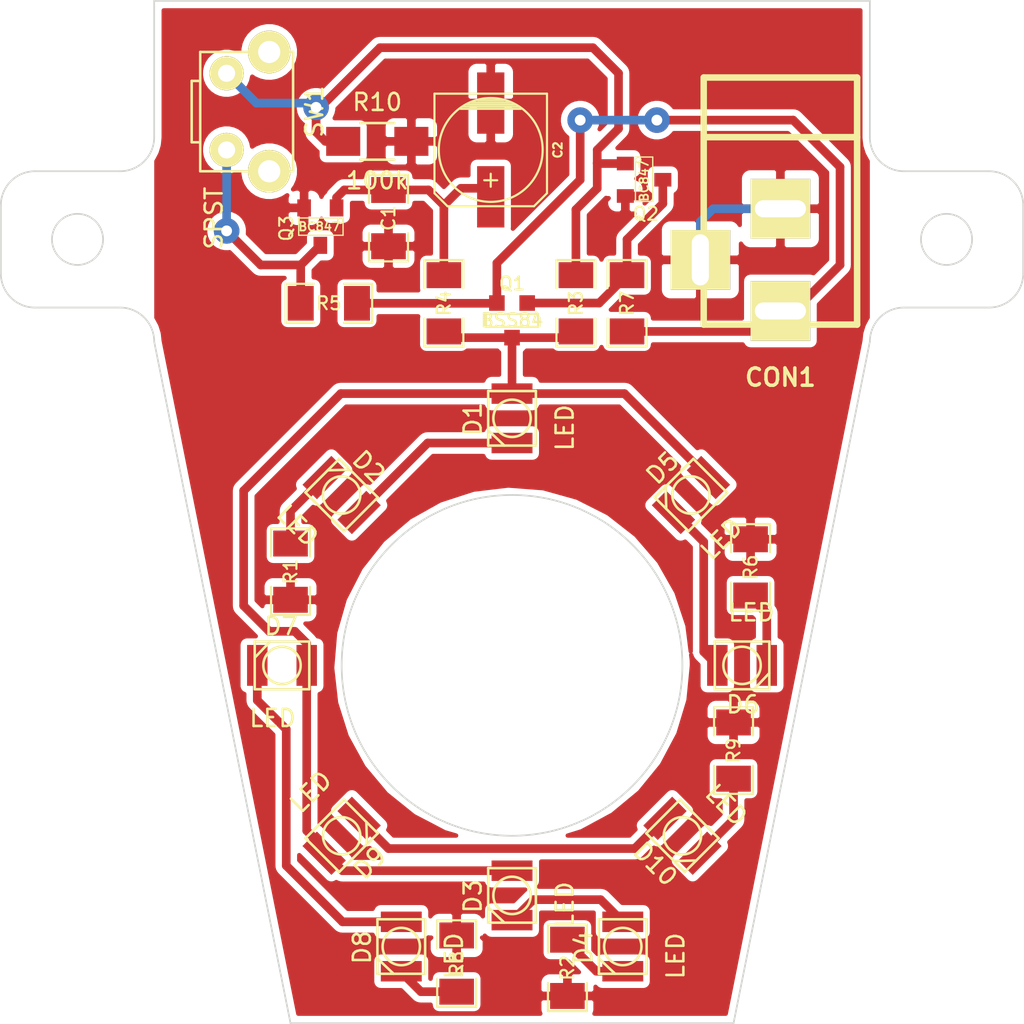
<source format=kicad_pcb>
(kicad_pcb (version 4) (host pcbnew "(2014-12-04 BZR 5312)-product")

  (general
    (links 41)
    (no_connects 0)
    (area 78.949999 86.699999 139.050001 146.800001)
    (thickness 1.6)
    (drawings 23)
    (tracks 112)
    (zones 0)
    (modules 27)
    (nets 18)
  )

  (page A4 portrait)
  (title_block
    (title "Proxxon MICROMOT drill stand MB 140/S Light")
    (rev 1)
    (company TDarlic)
    (comment 1 "Dec 2014")
  )

  (layers
    (0 F.Cu signal)
    (31 B.Cu signal)
    (32 B.Adhes user)
    (33 F.Adhes user)
    (34 B.Paste user)
    (35 F.Paste user)
    (36 B.SilkS user)
    (37 F.SilkS user)
    (38 B.Mask user)
    (39 F.Mask user)
    (40 Dwgs.User user)
    (41 Cmts.User user)
    (42 Eco1.User user)
    (43 Eco2.User user)
    (44 Edge.Cuts user)
  )

  (setup
    (last_trace_width 0.508)
    (trace_clearance 0.254)
    (zone_clearance 0.381)
    (zone_45_only no)
    (trace_min 0.254)
    (segment_width 0.2)
    (edge_width 0.1)
    (via_size 1.5)
    (via_drill 0.635)
    (via_min_size 0.889)
    (via_min_drill 0.508)
    (uvia_size 0.508)
    (uvia_drill 0.127)
    (uvias_allowed no)
    (uvia_min_size 0.508)
    (uvia_min_drill 0.127)
    (pcb_text_width 0.3)
    (pcb_text_size 1.5 1.5)
    (mod_edge_width 0.15)
    (mod_text_size 1 1)
    (mod_text_width 0.15)
    (pad_size 1.5 1.5)
    (pad_drill 0.6)
    (pad_to_mask_clearance 0)
    (aux_axis_origin 0 0)
    (visible_elements 7FFF7FFF)
    (pcbplotparams
      (layerselection 0x00030_80000001)
      (usegerberextensions true)
      (excludeedgelayer true)
      (linewidth 0.150000)
      (plotframeref false)
      (viasonmask false)
      (mode 1)
      (useauxorigin false)
      (hpglpennumber 1)
      (hpglpenspeed 20)
      (hpglpendiameter 15)
      (hpglpenoverlay 2)
      (psnegative false)
      (psa4output false)
      (plotreference true)
      (plotvalue true)
      (plotinvisibletext false)
      (padsonsilk false)
      (subtractmaskfromsilk false)
      (outputformat 1)
      (mirror false)
      (drillshape 0)
      (scaleselection 1)
      (outputdirectory ""))
  )

  (net 0 "")
  (net 1 GND)
  (net 2 VCC)
  (net 3 "Net-(C1-Pad1)")
  (net 4 "Net-(D1-Pad1)")
  (net 5 "Net-(D1-Pad2)")
  (net 6 "Net-(D2-Pad2)")
  (net 7 "Net-(D3-Pad2)")
  (net 8 "Net-(D4-Pad2)")
  (net 9 "Net-(D5-Pad2)")
  (net 10 "Net-(D6-Pad2)")
  (net 11 "Net-(D7-Pad2)")
  (net 12 "Net-(D8-Pad2)")
  (net 13 "Net-(D10-Pad1)")
  (net 14 "Net-(D10-Pad2)")
  (net 15 "Net-(Q1-PadG)")
  (net 16 "Net-(Q2-Pad1)")
  (net 17 "Net-(Q3-Pad3)")

  (net_class Default "This is the default net class."
    (clearance 0.254)
    (trace_width 0.508)
    (via_dia 1.5)
    (via_drill 0.635)
    (uvia_dia 0.508)
    (uvia_drill 0.127)
    (add_net GND)
    (add_net "Net-(C1-Pad1)")
    (add_net "Net-(D1-Pad1)")
    (add_net "Net-(D1-Pad2)")
    (add_net "Net-(D10-Pad1)")
    (add_net "Net-(D10-Pad2)")
    (add_net "Net-(D2-Pad2)")
    (add_net "Net-(D3-Pad2)")
    (add_net "Net-(D4-Pad2)")
    (add_net "Net-(D5-Pad2)")
    (add_net "Net-(D6-Pad2)")
    (add_net "Net-(D7-Pad2)")
    (add_net "Net-(D8-Pad2)")
    (add_net "Net-(Q1-PadG)")
    (add_net "Net-(Q2-Pad1)")
    (add_net "Net-(Q3-Pad3)")
    (add_net VCC)
  )

  (module SM1206 (layer F.Cu) (tedit 42806E24) (tstamp 548229C7)
    (at 101.75 99.5 270)
    (path /5481EE97)
    (attr smd)
    (fp_text reference C1 (at 0 0 270) (layer F.SilkS)
      (effects (font (size 0.762 0.762) (thickness 0.127)))
    )
    (fp_text value 22u (at 0 0 270) (layer F.SilkS) hide
      (effects (font (size 0.762 0.762) (thickness 0.127)))
    )
    (fp_line (start -2.54 -1.143) (end -2.54 1.143) (layer F.SilkS) (width 0.127))
    (fp_line (start -2.54 1.143) (end -0.889 1.143) (layer F.SilkS) (width 0.127))
    (fp_line (start 0.889 -1.143) (end 2.54 -1.143) (layer F.SilkS) (width 0.127))
    (fp_line (start 2.54 -1.143) (end 2.54 1.143) (layer F.SilkS) (width 0.127))
    (fp_line (start 2.54 1.143) (end 0.889 1.143) (layer F.SilkS) (width 0.127))
    (fp_line (start -0.889 -1.143) (end -2.54 -1.143) (layer F.SilkS) (width 0.127))
    (pad 1 smd rect (at -1.651 0 270) (size 1.524 2.032) (layers F.Cu F.Paste F.Mask)
      (net 3 "Net-(C1-Pad1)"))
    (pad 2 smd rect (at 1.651 0 270) (size 1.524 2.032) (layers F.Cu F.Paste F.Mask)
      (net 1 GND))
    (model smd/chip_cms.wrl
      (at (xyz 0 0 0))
      (scale (xyz 0.17 0.16 0.16))
      (rotate (xyz 0 0 0))
    )
  )

  (module SM1206 (layer F.Cu) (tedit 42806E24) (tstamp 548229D3)
    (at 122 130.75 90)
    (path /5481EE23)
    (attr smd)
    (fp_text reference R9 (at 0 0 90) (layer F.SilkS)
      (effects (font (size 0.762 0.762) (thickness 0.127)))
    )
    (fp_text value 150R (at 0 0 90) (layer F.SilkS) hide
      (effects (font (size 0.762 0.762) (thickness 0.127)))
    )
    (fp_line (start -2.54 -1.143) (end -2.54 1.143) (layer F.SilkS) (width 0.127))
    (fp_line (start -2.54 1.143) (end -0.889 1.143) (layer F.SilkS) (width 0.127))
    (fp_line (start 0.889 -1.143) (end 2.54 -1.143) (layer F.SilkS) (width 0.127))
    (fp_line (start 2.54 -1.143) (end 2.54 1.143) (layer F.SilkS) (width 0.127))
    (fp_line (start 2.54 1.143) (end 0.889 1.143) (layer F.SilkS) (width 0.127))
    (fp_line (start -0.889 -1.143) (end -2.54 -1.143) (layer F.SilkS) (width 0.127))
    (pad 1 smd rect (at -1.651 0 90) (size 1.524 2.032) (layers F.Cu F.Paste F.Mask)
      (net 14 "Net-(D10-Pad2)"))
    (pad 2 smd rect (at 1.651 0 90) (size 1.524 2.032) (layers F.Cu F.Paste F.Mask)
      (net 1 GND))
    (model smd/chip_cms.wrl
      (at (xyz 0 0 0))
      (scale (xyz 0.17 0.16 0.16))
      (rotate (xyz 0 0 0))
    )
  )

  (module SM1206 (layer F.Cu) (tedit 42806E24) (tstamp 548229DF)
    (at 105.75 143.25 90)
    (path /5481EE14)
    (attr smd)
    (fp_text reference R8 (at 0 0 90) (layer F.SilkS)
      (effects (font (size 0.762 0.762) (thickness 0.127)))
    )
    (fp_text value 150R (at 0 0 90) (layer F.SilkS) hide
      (effects (font (size 0.762 0.762) (thickness 0.127)))
    )
    (fp_line (start -2.54 -1.143) (end -2.54 1.143) (layer F.SilkS) (width 0.127))
    (fp_line (start -2.54 1.143) (end -0.889 1.143) (layer F.SilkS) (width 0.127))
    (fp_line (start 0.889 -1.143) (end 2.54 -1.143) (layer F.SilkS) (width 0.127))
    (fp_line (start 2.54 -1.143) (end 2.54 1.143) (layer F.SilkS) (width 0.127))
    (fp_line (start 2.54 1.143) (end 0.889 1.143) (layer F.SilkS) (width 0.127))
    (fp_line (start -0.889 -1.143) (end -2.54 -1.143) (layer F.SilkS) (width 0.127))
    (pad 1 smd rect (at -1.651 0 90) (size 1.524 2.032) (layers F.Cu F.Paste F.Mask)
      (net 12 "Net-(D8-Pad2)"))
    (pad 2 smd rect (at 1.651 0 90) (size 1.524 2.032) (layers F.Cu F.Paste F.Mask)
      (net 1 GND))
    (model smd/chip_cms.wrl
      (at (xyz 0 0 0))
      (scale (xyz 0.17 0.16 0.16))
      (rotate (xyz 0 0 0))
    )
  )

  (module SM1206 (layer F.Cu) (tedit 42806E24) (tstamp 548229EB)
    (at 123 120 90)
    (path /5481EE05)
    (attr smd)
    (fp_text reference R6 (at 0 0 90) (layer F.SilkS)
      (effects (font (size 0.762 0.762) (thickness 0.127)))
    )
    (fp_text value 150R (at 0 0 90) (layer F.SilkS) hide
      (effects (font (size 0.762 0.762) (thickness 0.127)))
    )
    (fp_line (start -2.54 -1.143) (end -2.54 1.143) (layer F.SilkS) (width 0.127))
    (fp_line (start -2.54 1.143) (end -0.889 1.143) (layer F.SilkS) (width 0.127))
    (fp_line (start 0.889 -1.143) (end 2.54 -1.143) (layer F.SilkS) (width 0.127))
    (fp_line (start 2.54 -1.143) (end 2.54 1.143) (layer F.SilkS) (width 0.127))
    (fp_line (start 2.54 1.143) (end 0.889 1.143) (layer F.SilkS) (width 0.127))
    (fp_line (start -0.889 -1.143) (end -2.54 -1.143) (layer F.SilkS) (width 0.127))
    (pad 1 smd rect (at -1.651 0 90) (size 1.524 2.032) (layers F.Cu F.Paste F.Mask)
      (net 10 "Net-(D6-Pad2)"))
    (pad 2 smd rect (at 1.651 0 90) (size 1.524 2.032) (layers F.Cu F.Paste F.Mask)
      (net 1 GND))
    (model smd/chip_cms.wrl
      (at (xyz 0 0 0))
      (scale (xyz 0.17 0.16 0.16))
      (rotate (xyz 0 0 0))
    )
  )

  (module SM1206 (layer F.Cu) (tedit 42806E24) (tstamp 548229F7)
    (at 112.25 143.5 270)
    (path /5481EDF6)
    (attr smd)
    (fp_text reference R2 (at 0 0 270) (layer F.SilkS)
      (effects (font (size 0.762 0.762) (thickness 0.127)))
    )
    (fp_text value 150R (at 0 0 270) (layer F.SilkS) hide
      (effects (font (size 0.762 0.762) (thickness 0.127)))
    )
    (fp_line (start -2.54 -1.143) (end -2.54 1.143) (layer F.SilkS) (width 0.127))
    (fp_line (start -2.54 1.143) (end -0.889 1.143) (layer F.SilkS) (width 0.127))
    (fp_line (start 0.889 -1.143) (end 2.54 -1.143) (layer F.SilkS) (width 0.127))
    (fp_line (start 2.54 -1.143) (end 2.54 1.143) (layer F.SilkS) (width 0.127))
    (fp_line (start 2.54 1.143) (end 0.889 1.143) (layer F.SilkS) (width 0.127))
    (fp_line (start -0.889 -1.143) (end -2.54 -1.143) (layer F.SilkS) (width 0.127))
    (pad 1 smd rect (at -1.651 0 270) (size 1.524 2.032) (layers F.Cu F.Paste F.Mask)
      (net 8 "Net-(D4-Pad2)"))
    (pad 2 smd rect (at 1.651 0 270) (size 1.524 2.032) (layers F.Cu F.Paste F.Mask)
      (net 1 GND))
    (model smd/chip_cms.wrl
      (at (xyz 0 0 0))
      (scale (xyz 0.17 0.16 0.16))
      (rotate (xyz 0 0 0))
    )
  )

  (module SM1206 (layer F.Cu) (tedit 42806E24) (tstamp 54822A03)
    (at 96 120.25 270)
    (path /5481EDE7)
    (attr smd)
    (fp_text reference R1 (at 0 0 270) (layer F.SilkS)
      (effects (font (size 0.762 0.762) (thickness 0.127)))
    )
    (fp_text value 150R (at 0 0 270) (layer F.SilkS) hide
      (effects (font (size 0.762 0.762) (thickness 0.127)))
    )
    (fp_line (start -2.54 -1.143) (end -2.54 1.143) (layer F.SilkS) (width 0.127))
    (fp_line (start -2.54 1.143) (end -0.889 1.143) (layer F.SilkS) (width 0.127))
    (fp_line (start 0.889 -1.143) (end 2.54 -1.143) (layer F.SilkS) (width 0.127))
    (fp_line (start 2.54 -1.143) (end 2.54 1.143) (layer F.SilkS) (width 0.127))
    (fp_line (start 2.54 1.143) (end 0.889 1.143) (layer F.SilkS) (width 0.127))
    (fp_line (start -0.889 -1.143) (end -2.54 -1.143) (layer F.SilkS) (width 0.127))
    (pad 1 smd rect (at -1.651 0 270) (size 1.524 2.032) (layers F.Cu F.Paste F.Mask)
      (net 6 "Net-(D2-Pad2)"))
    (pad 2 smd rect (at 1.651 0 270) (size 1.524 2.032) (layers F.Cu F.Paste F.Mask)
      (net 1 GND))
    (model smd/chip_cms.wrl
      (at (xyz 0 0 0))
      (scale (xyz 0.17 0.16 0.16))
      (rotate (xyz 0 0 0))
    )
  )

  (module SM1206 (layer F.Cu) (tedit 42806E24) (tstamp 548377F4)
    (at 115.75 104.5 90)
    (path /5481EDAB)
    (attr smd)
    (fp_text reference R7 (at 0 0 90) (layer F.SilkS)
      (effects (font (size 0.762 0.762) (thickness 0.127)))
    )
    (fp_text value 100k (at 0 0 90) (layer F.SilkS) hide
      (effects (font (size 0.762 0.762) (thickness 0.127)))
    )
    (fp_line (start -2.54 -1.143) (end -2.54 1.143) (layer F.SilkS) (width 0.127))
    (fp_line (start -2.54 1.143) (end -0.889 1.143) (layer F.SilkS) (width 0.127))
    (fp_line (start 0.889 -1.143) (end 2.54 -1.143) (layer F.SilkS) (width 0.127))
    (fp_line (start 2.54 -1.143) (end 2.54 1.143) (layer F.SilkS) (width 0.127))
    (fp_line (start 2.54 1.143) (end 0.889 1.143) (layer F.SilkS) (width 0.127))
    (fp_line (start -0.889 -1.143) (end -2.54 -1.143) (layer F.SilkS) (width 0.127))
    (pad 1 smd rect (at -1.651 0 90) (size 1.524 2.032) (layers F.Cu F.Paste F.Mask)
      (net 2 VCC))
    (pad 2 smd rect (at 1.651 0 90) (size 1.524 2.032) (layers F.Cu F.Paste F.Mask)
      (net 15 "Net-(Q1-PadG)"))
    (model smd/chip_cms.wrl
      (at (xyz 0 0 0))
      (scale (xyz 0.17 0.16 0.16))
      (rotate (xyz 0 0 0))
    )
  )

  (module SM1206 (layer F.Cu) (tedit 42806E24) (tstamp 54822A1B)
    (at 112.75 104.5 90)
    (path /5481EDBA)
    (attr smd)
    (fp_text reference R3 (at 0 0 90) (layer F.SilkS)
      (effects (font (size 0.762 0.762) (thickness 0.127)))
    )
    (fp_text value 100k (at 0 0 90) (layer F.SilkS) hide
      (effects (font (size 0.762 0.762) (thickness 0.127)))
    )
    (fp_line (start -2.54 -1.143) (end -2.54 1.143) (layer F.SilkS) (width 0.127))
    (fp_line (start -2.54 1.143) (end -0.889 1.143) (layer F.SilkS) (width 0.127))
    (fp_line (start 0.889 -1.143) (end 2.54 -1.143) (layer F.SilkS) (width 0.127))
    (fp_line (start 2.54 -1.143) (end 2.54 1.143) (layer F.SilkS) (width 0.127))
    (fp_line (start 2.54 1.143) (end 0.889 1.143) (layer F.SilkS) (width 0.127))
    (fp_line (start -0.889 -1.143) (end -2.54 -1.143) (layer F.SilkS) (width 0.127))
    (pad 1 smd rect (at -1.651 0 90) (size 1.524 2.032) (layers F.Cu F.Paste F.Mask)
      (net 4 "Net-(D1-Pad1)"))
    (pad 2 smd rect (at 1.651 0 90) (size 1.524 2.032) (layers F.Cu F.Paste F.Mask)
      (net 16 "Net-(Q2-Pad1)"))
    (model smd/chip_cms.wrl
      (at (xyz 0 0 0))
      (scale (xyz 0.17 0.16 0.16))
      (rotate (xyz 0 0 0))
    )
  )

  (module SM1206 (layer F.Cu) (tedit 42806E24) (tstamp 54822A27)
    (at 105 104.5 90)
    (path /5481EDC9)
    (attr smd)
    (fp_text reference R4 (at 0 0 90) (layer F.SilkS)
      (effects (font (size 0.762 0.762) (thickness 0.127)))
    )
    (fp_text value 1M (at 0 0 90) (layer F.SilkS) hide
      (effects (font (size 0.762 0.762) (thickness 0.127)))
    )
    (fp_line (start -2.54 -1.143) (end -2.54 1.143) (layer F.SilkS) (width 0.127))
    (fp_line (start -2.54 1.143) (end -0.889 1.143) (layer F.SilkS) (width 0.127))
    (fp_line (start 0.889 -1.143) (end 2.54 -1.143) (layer F.SilkS) (width 0.127))
    (fp_line (start 2.54 -1.143) (end 2.54 1.143) (layer F.SilkS) (width 0.127))
    (fp_line (start 2.54 1.143) (end 0.889 1.143) (layer F.SilkS) (width 0.127))
    (fp_line (start -0.889 -1.143) (end -2.54 -1.143) (layer F.SilkS) (width 0.127))
    (pad 1 smd rect (at -1.651 0 90) (size 1.524 2.032) (layers F.Cu F.Paste F.Mask)
      (net 4 "Net-(D1-Pad1)"))
    (pad 2 smd rect (at 1.651 0 90) (size 1.524 2.032) (layers F.Cu F.Paste F.Mask)
      (net 3 "Net-(C1-Pad1)"))
    (model smd/chip_cms.wrl
      (at (xyz 0 0 0))
      (scale (xyz 0.17 0.16 0.16))
      (rotate (xyz 0 0 0))
    )
  )

  (module SM1206 (layer F.Cu) (tedit 42806E24) (tstamp 54822A33)
    (at 98.25 104.5 180)
    (path /5481EDD8)
    (attr smd)
    (fp_text reference R5 (at 0 0 180) (layer F.SilkS)
      (effects (font (size 0.762 0.762) (thickness 0.127)))
    )
    (fp_text value 100k (at 0 0 180) (layer F.SilkS) hide
      (effects (font (size 0.762 0.762) (thickness 0.127)))
    )
    (fp_line (start -2.54 -1.143) (end -2.54 1.143) (layer F.SilkS) (width 0.127))
    (fp_line (start -2.54 1.143) (end -0.889 1.143) (layer F.SilkS) (width 0.127))
    (fp_line (start 0.889 -1.143) (end 2.54 -1.143) (layer F.SilkS) (width 0.127))
    (fp_line (start 2.54 -1.143) (end 2.54 1.143) (layer F.SilkS) (width 0.127))
    (fp_line (start 2.54 1.143) (end 0.889 1.143) (layer F.SilkS) (width 0.127))
    (fp_line (start -0.889 -1.143) (end -2.54 -1.143) (layer F.SilkS) (width 0.127))
    (pad 1 smd rect (at -1.651 0 180) (size 1.524 2.032) (layers F.Cu F.Paste F.Mask)
      (net 2 VCC))
    (pad 2 smd rect (at 1.651 0 180) (size 1.524 2.032) (layers F.Cu F.Paste F.Mask)
      (net 17 "Net-(Q3-Pad3)"))
    (model smd/chip_cms.wrl
      (at (xyz 0 0 0))
      (scale (xyz 0.17 0.16 0.16))
      (rotate (xyz 0 0 0))
    )
  )

  (module LED_2437 (layer F.Cu) (tedit 5482278F) (tstamp 54822A49)
    (at 109 111.25 270)
    (path /5480BBD3)
    (fp_text reference D1 (at 0.05 2.3 270) (layer F.SilkS)
      (effects (font (size 1 1) (thickness 0.15)))
    )
    (fp_text value LED (at 0.55 -3.1 270) (layer F.SilkS)
      (effects (font (size 1 1) (thickness 0.15)))
    )
    (fp_circle (center 0 0) (end 0.75 0.8) (layer F.SilkS) (width 0.15))
    (fp_line (start 0.7 1.4) (end 1.6 0.45) (layer F.SilkS) (width 0.15))
    (fp_line (start -1.6 1.4) (end -1.6 -1.4) (layer F.SilkS) (width 0.15))
    (fp_line (start -1.6 -1.4) (end 1.6 -1.4) (layer F.SilkS) (width 0.15))
    (fp_line (start 1.6 -1.4) (end 1.6 1.4) (layer F.SilkS) (width 0.15))
    (fp_line (start 1.6 1.4) (end -1.6 1.4) (layer F.SilkS) (width 0.15))
    (pad 1 smd trapezoid (at -1.45 0 270) (size 1.2 2.4) (layers F.Cu F.Paste F.Mask)
      (net 4 "Net-(D1-Pad1)"))
    (pad 2 smd trapezoid (at 1.45 0 270) (size 1.2 2.4) (layers F.Cu F.Paste F.Mask)
      (net 5 "Net-(D1-Pad2)"))
  )

  (module LED_2437 (layer F.Cu) (tedit 5482278F) (tstamp 54822A55)
    (at 119 135.75 315)
    (path /5481EBFE)
    (fp_text reference D10 (at 0.05 2.3 315) (layer F.SilkS)
      (effects (font (size 1 1) (thickness 0.15)))
    )
    (fp_text value LED (at 0.55 -3.1 315) (layer F.SilkS)
      (effects (font (size 1 1) (thickness 0.15)))
    )
    (fp_circle (center 0 0) (end 0.75 0.8) (layer F.SilkS) (width 0.15))
    (fp_line (start 0.7 1.4) (end 1.6 0.45) (layer F.SilkS) (width 0.15))
    (fp_line (start -1.6 1.4) (end -1.6 -1.4) (layer F.SilkS) (width 0.15))
    (fp_line (start -1.6 -1.4) (end 1.6 -1.4) (layer F.SilkS) (width 0.15))
    (fp_line (start 1.6 -1.4) (end 1.6 1.4) (layer F.SilkS) (width 0.15))
    (fp_line (start 1.6 1.4) (end -1.6 1.4) (layer F.SilkS) (width 0.15))
    (pad 1 smd trapezoid (at -1.45 0 315) (size 1.2 2.4) (layers F.Cu F.Paste F.Mask)
      (net 13 "Net-(D10-Pad1)"))
    (pad 2 smd trapezoid (at 1.45 0 315) (size 1.2 2.4) (layers F.Cu F.Paste F.Mask)
      (net 14 "Net-(D10-Pad2)"))
  )

  (module LED_2437 (layer F.Cu) (tedit 5482278F) (tstamp 54822A61)
    (at 99 135.75 45)
    (path /5481EBF8)
    (fp_text reference D9 (at 0.05 2.3 45) (layer F.SilkS)
      (effects (font (size 1 1) (thickness 0.15)))
    )
    (fp_text value LED (at 0.55 -3.1 45) (layer F.SilkS)
      (effects (font (size 1 1) (thickness 0.15)))
    )
    (fp_circle (center 0 0) (end 0.75 0.8) (layer F.SilkS) (width 0.15))
    (fp_line (start 0.7 1.4) (end 1.6 0.45) (layer F.SilkS) (width 0.15))
    (fp_line (start -1.6 1.4) (end -1.6 -1.4) (layer F.SilkS) (width 0.15))
    (fp_line (start -1.6 -1.4) (end 1.6 -1.4) (layer F.SilkS) (width 0.15))
    (fp_line (start 1.6 -1.4) (end 1.6 1.4) (layer F.SilkS) (width 0.15))
    (fp_line (start 1.6 1.4) (end -1.6 1.4) (layer F.SilkS) (width 0.15))
    (pad 1 smd trapezoid (at -1.45 0 45) (size 1.2 2.4) (layers F.Cu F.Paste F.Mask)
      (net 4 "Net-(D1-Pad1)"))
    (pad 2 smd trapezoid (at 1.45 0 45) (size 1.2 2.4) (layers F.Cu F.Paste F.Mask)
      (net 13 "Net-(D10-Pad1)"))
  )

  (module LED_2437 (layer F.Cu) (tedit 5482278F) (tstamp 54822A6D)
    (at 102.5 142.25 270)
    (path /5481EBF2)
    (fp_text reference D8 (at 0.05 2.3 270) (layer F.SilkS)
      (effects (font (size 1 1) (thickness 0.15)))
    )
    (fp_text value LED (at 0.55 -3.1 270) (layer F.SilkS)
      (effects (font (size 1 1) (thickness 0.15)))
    )
    (fp_circle (center 0 0) (end 0.75 0.8) (layer F.SilkS) (width 0.15))
    (fp_line (start 0.7 1.4) (end 1.6 0.45) (layer F.SilkS) (width 0.15))
    (fp_line (start -1.6 1.4) (end -1.6 -1.4) (layer F.SilkS) (width 0.15))
    (fp_line (start -1.6 -1.4) (end 1.6 -1.4) (layer F.SilkS) (width 0.15))
    (fp_line (start 1.6 -1.4) (end 1.6 1.4) (layer F.SilkS) (width 0.15))
    (fp_line (start 1.6 1.4) (end -1.6 1.4) (layer F.SilkS) (width 0.15))
    (pad 1 smd trapezoid (at -1.45 0 270) (size 1.2 2.4) (layers F.Cu F.Paste F.Mask)
      (net 11 "Net-(D7-Pad2)"))
    (pad 2 smd trapezoid (at 1.45 0 270) (size 1.2 2.4) (layers F.Cu F.Paste F.Mask)
      (net 12 "Net-(D8-Pad2)"))
  )

  (module LED_2437 (layer F.Cu) (tedit 5482278F) (tstamp 54822A79)
    (at 95.5 125.75 180)
    (path /5481EBEC)
    (fp_text reference D7 (at 0.05 2.3 180) (layer F.SilkS)
      (effects (font (size 1 1) (thickness 0.15)))
    )
    (fp_text value LED (at 0.55 -3.1 180) (layer F.SilkS)
      (effects (font (size 1 1) (thickness 0.15)))
    )
    (fp_circle (center 0 0) (end 0.75 0.8) (layer F.SilkS) (width 0.15))
    (fp_line (start 0.7 1.4) (end 1.6 0.45) (layer F.SilkS) (width 0.15))
    (fp_line (start -1.6 1.4) (end -1.6 -1.4) (layer F.SilkS) (width 0.15))
    (fp_line (start -1.6 -1.4) (end 1.6 -1.4) (layer F.SilkS) (width 0.15))
    (fp_line (start 1.6 -1.4) (end 1.6 1.4) (layer F.SilkS) (width 0.15))
    (fp_line (start 1.6 1.4) (end -1.6 1.4) (layer F.SilkS) (width 0.15))
    (pad 1 smd trapezoid (at -1.45 0 180) (size 1.2 2.4) (layers F.Cu F.Paste F.Mask)
      (net 4 "Net-(D1-Pad1)"))
    (pad 2 smd trapezoid (at 1.45 0 180) (size 1.2 2.4) (layers F.Cu F.Paste F.Mask)
      (net 11 "Net-(D7-Pad2)"))
  )

  (module LED_2437 (layer F.Cu) (tedit 5482278F) (tstamp 54822A85)
    (at 122.5 125.75)
    (path /5481EBE6)
    (fp_text reference D6 (at 0.05 2.3) (layer F.SilkS)
      (effects (font (size 1 1) (thickness 0.15)))
    )
    (fp_text value LED (at 0.55 -3.1) (layer F.SilkS)
      (effects (font (size 1 1) (thickness 0.15)))
    )
    (fp_circle (center 0 0) (end 0.75 0.8) (layer F.SilkS) (width 0.15))
    (fp_line (start 0.7 1.4) (end 1.6 0.45) (layer F.SilkS) (width 0.15))
    (fp_line (start -1.6 1.4) (end -1.6 -1.4) (layer F.SilkS) (width 0.15))
    (fp_line (start -1.6 -1.4) (end 1.6 -1.4) (layer F.SilkS) (width 0.15))
    (fp_line (start 1.6 -1.4) (end 1.6 1.4) (layer F.SilkS) (width 0.15))
    (fp_line (start 1.6 1.4) (end -1.6 1.4) (layer F.SilkS) (width 0.15))
    (pad 1 smd trapezoid (at -1.45 0) (size 1.2 2.4) (layers F.Cu F.Paste F.Mask)
      (net 9 "Net-(D5-Pad2)"))
    (pad 2 smd trapezoid (at 1.45 0) (size 1.2 2.4) (layers F.Cu F.Paste F.Mask)
      (net 10 "Net-(D6-Pad2)"))
  )

  (module LED_2437 (layer F.Cu) (tedit 5482278F) (tstamp 54822A91)
    (at 119.5 115.75 225)
    (path /5481EBE0)
    (fp_text reference D5 (at 0.05 2.3 225) (layer F.SilkS)
      (effects (font (size 1 1) (thickness 0.15)))
    )
    (fp_text value LED (at 0.55 -3.1 225) (layer F.SilkS)
      (effects (font (size 1 1) (thickness 0.15)))
    )
    (fp_circle (center 0 0) (end 0.75 0.8) (layer F.SilkS) (width 0.15))
    (fp_line (start 0.7 1.4) (end 1.6 0.45) (layer F.SilkS) (width 0.15))
    (fp_line (start -1.6 1.4) (end -1.6 -1.4) (layer F.SilkS) (width 0.15))
    (fp_line (start -1.6 -1.4) (end 1.6 -1.4) (layer F.SilkS) (width 0.15))
    (fp_line (start 1.6 -1.4) (end 1.6 1.4) (layer F.SilkS) (width 0.15))
    (fp_line (start 1.6 1.4) (end -1.6 1.4) (layer F.SilkS) (width 0.15))
    (pad 1 smd trapezoid (at -1.45 0 225) (size 1.2 2.4) (layers F.Cu F.Paste F.Mask)
      (net 4 "Net-(D1-Pad1)"))
    (pad 2 smd trapezoid (at 1.45 0 225) (size 1.2 2.4) (layers F.Cu F.Paste F.Mask)
      (net 9 "Net-(D5-Pad2)"))
  )

  (module LED_2437 (layer F.Cu) (tedit 5482278F) (tstamp 54822A9D)
    (at 115.5 142.25 270)
    (path /5481EBDA)
    (fp_text reference D4 (at 0.05 2.3 270) (layer F.SilkS)
      (effects (font (size 1 1) (thickness 0.15)))
    )
    (fp_text value LED (at 0.55 -3.1 270) (layer F.SilkS)
      (effects (font (size 1 1) (thickness 0.15)))
    )
    (fp_circle (center 0 0) (end 0.75 0.8) (layer F.SilkS) (width 0.15))
    (fp_line (start 0.7 1.4) (end 1.6 0.45) (layer F.SilkS) (width 0.15))
    (fp_line (start -1.6 1.4) (end -1.6 -1.4) (layer F.SilkS) (width 0.15))
    (fp_line (start -1.6 -1.4) (end 1.6 -1.4) (layer F.SilkS) (width 0.15))
    (fp_line (start 1.6 -1.4) (end 1.6 1.4) (layer F.SilkS) (width 0.15))
    (fp_line (start 1.6 1.4) (end -1.6 1.4) (layer F.SilkS) (width 0.15))
    (pad 1 smd trapezoid (at -1.45 0 270) (size 1.2 2.4) (layers F.Cu F.Paste F.Mask)
      (net 7 "Net-(D3-Pad2)"))
    (pad 2 smd trapezoid (at 1.45 0 270) (size 1.2 2.4) (layers F.Cu F.Paste F.Mask)
      (net 8 "Net-(D4-Pad2)"))
  )

  (module LED_2437 (layer F.Cu) (tedit 5482278F) (tstamp 54822AA9)
    (at 109 139.25 270)
    (path /5481EBD4)
    (fp_text reference D3 (at 0.05 2.3 270) (layer F.SilkS)
      (effects (font (size 1 1) (thickness 0.15)))
    )
    (fp_text value LED (at 0.55 -3.1 270) (layer F.SilkS)
      (effects (font (size 1 1) (thickness 0.15)))
    )
    (fp_circle (center 0 0) (end 0.75 0.8) (layer F.SilkS) (width 0.15))
    (fp_line (start 0.7 1.4) (end 1.6 0.45) (layer F.SilkS) (width 0.15))
    (fp_line (start -1.6 1.4) (end -1.6 -1.4) (layer F.SilkS) (width 0.15))
    (fp_line (start -1.6 -1.4) (end 1.6 -1.4) (layer F.SilkS) (width 0.15))
    (fp_line (start 1.6 -1.4) (end 1.6 1.4) (layer F.SilkS) (width 0.15))
    (fp_line (start 1.6 1.4) (end -1.6 1.4) (layer F.SilkS) (width 0.15))
    (pad 1 smd trapezoid (at -1.45 0 270) (size 1.2 2.4) (layers F.Cu F.Paste F.Mask)
      (net 4 "Net-(D1-Pad1)"))
    (pad 2 smd trapezoid (at 1.45 0 270) (size 1.2 2.4) (layers F.Cu F.Paste F.Mask)
      (net 7 "Net-(D3-Pad2)"))
  )

  (module LED_2437 (layer F.Cu) (tedit 5482278F) (tstamp 54822AB5)
    (at 99 115.75 135)
    (path /5481EBCE)
    (fp_text reference D2 (at 0.05 2.3 135) (layer F.SilkS)
      (effects (font (size 1 1) (thickness 0.15)))
    )
    (fp_text value LED (at 0.55 -3.1 135) (layer F.SilkS)
      (effects (font (size 1 1) (thickness 0.15)))
    )
    (fp_circle (center 0 0) (end 0.75 0.8) (layer F.SilkS) (width 0.15))
    (fp_line (start 0.7 1.4) (end 1.6 0.45) (layer F.SilkS) (width 0.15))
    (fp_line (start -1.6 1.4) (end -1.6 -1.4) (layer F.SilkS) (width 0.15))
    (fp_line (start -1.6 -1.4) (end 1.6 -1.4) (layer F.SilkS) (width 0.15))
    (fp_line (start 1.6 -1.4) (end 1.6 1.4) (layer F.SilkS) (width 0.15))
    (fp_line (start 1.6 1.4) (end -1.6 1.4) (layer F.SilkS) (width 0.15))
    (pad 1 smd trapezoid (at -1.45 0 135) (size 1.2 2.4) (layers F.Cu F.Paste F.Mask)
      (net 5 "Net-(D1-Pad2)"))
    (pad 2 smd trapezoid (at 1.45 0 135) (size 1.2 2.4) (layers F.Cu F.Paste F.Mask)
      (net 6 "Net-(D2-Pad2)"))
  )

  (module BARREL_JACK locked (layer F.Cu) (tedit 505F99C2) (tstamp 54822AC1)
    (at 124.75 98.75 270)
    (descr "DC Barrel Jack")
    (tags "Power Jack")
    (path /548210CE)
    (fp_text reference CON1 (at 10.09904 0 360) (layer F.SilkS)
      (effects (font (size 1.016 1.016) (thickness 0.2032)))
    )
    (fp_text value BARREL_JACK (at 0 -5.99948 270) (layer F.SilkS) hide
      (effects (font (size 1.016 1.016) (thickness 0.2032)))
    )
    (fp_line (start -4.0005 -4.50088) (end -4.0005 4.50088) (layer F.SilkS) (width 0.381))
    (fp_line (start -7.50062 -4.50088) (end -7.50062 4.50088) (layer F.SilkS) (width 0.381))
    (fp_line (start -7.50062 4.50088) (end 7.00024 4.50088) (layer F.SilkS) (width 0.381))
    (fp_line (start 7.00024 4.50088) (end 7.00024 -4.50088) (layer F.SilkS) (width 0.381))
    (fp_line (start 7.00024 -4.50088) (end -7.50062 -4.50088) (layer F.SilkS) (width 0.381))
    (pad 1 thru_hole rect (at 6.20014 0 270) (size 3.50012 3.50012) (drill oval 1.00076 2.99974) (layers *.Cu *.Mask F.SilkS)
      (net 2 VCC))
    (pad 2 thru_hole rect (at 0.20066 0 270) (size 3.50012 3.50012) (drill oval 1.00076 2.99974) (layers *.Cu *.Mask F.SilkS)
      (net 1 GND))
    (pad 3 thru_hole rect (at 3.2004 4.699 270) (size 3.50012 3.50012) (drill oval 2.99974 1.00076) (layers *.Cu *.Mask F.SilkS)
      (net 1 GND))
  )

  (module MICRO_PUSH_SWITCH (layer F.Cu) (tedit 548306B1) (tstamp 54833732)
    (at 93.5 93.25 270)
    (path /54820884)
    (fp_text reference SW1 (at 0 -3.9 270) (layer F.SilkS)
      (effects (font (size 1 1) (thickness 0.15)))
    )
    (fp_text value SPST (at 6.25 2 270) (layer F.SilkS)
      (effects (font (size 1 1) (thickness 0.15)))
    )
    (fp_line (start -1.8 2.8) (end -1.8 3.3) (layer F.SilkS) (width 0.15))
    (fp_line (start -1.8 3.3) (end 1.8 3.3) (layer F.SilkS) (width 0.15))
    (fp_line (start 1.8 3.3) (end 1.8 2.8) (layer F.SilkS) (width 0.15))
    (fp_line (start -3.5 2.8) (end 3.5 2.8) (layer F.SilkS) (width 0.15))
    (fp_line (start 3.5 2.8) (end 3.5 -2.65) (layer F.SilkS) (width 0.15))
    (fp_line (start 3.5 -2.65) (end -3.5 -2.65) (layer F.SilkS) (width 0.15))
    (fp_line (start -3.5 -2.65) (end -3.5 2.8) (layer F.SilkS) (width 0.15))
    (pad 3 thru_hole circle (at -3.5 -1.25 270) (size 2.5 2.5) (drill 1.3) (layers *.Cu *.Mask F.SilkS))
    (pad 4 thru_hole circle (at 3.5 -1.25 270) (size 2.5 2.5) (drill 1.3) (layers *.Cu *.Mask F.SilkS))
    (pad 1 thru_hole circle (at -2.25 1.25 270) (size 2 2) (drill 1) (layers *.Cu *.Mask F.SilkS)
      (net 16 "Net-(Q2-Pad1)"))
    (pad 2 thru_hole circle (at 2.25 1.25 270) (size 2 2) (drill 1) (layers *.Cu *.Mask F.SilkS)
      (net 17 "Net-(Q3-Pad3)"))
  )

  (module SOT23GDS (layer F.Cu) (tedit 50911E03) (tstamp 548338CB)
    (at 109 105.5)
    (descr "Module CMS SOT23 Transistore EBC")
    (tags "CMS SOT")
    (path /5481ED0A)
    (attr smd)
    (fp_text reference Q1 (at 0 -2.159) (layer F.SilkS)
      (effects (font (size 0.762 0.762) (thickness 0.12954)))
    )
    (fp_text value BSS84 (at 0 0) (layer F.SilkS)
      (effects (font (size 0.762 0.762) (thickness 0.12954)))
    )
    (fp_line (start -1.524 -0.381) (end 1.524 -0.381) (layer F.SilkS) (width 0.11938))
    (fp_line (start 1.524 -0.381) (end 1.524 0.381) (layer F.SilkS) (width 0.11938))
    (fp_line (start 1.524 0.381) (end -1.524 0.381) (layer F.SilkS) (width 0.11938))
    (fp_line (start -1.524 0.381) (end -1.524 -0.381) (layer F.SilkS) (width 0.11938))
    (pad S smd rect (at -0.889 -1.016) (size 0.9144 0.9144) (layers F.Cu F.Paste F.Mask)
      (net 2 VCC))
    (pad G smd rect (at 0.889 -1.016) (size 0.9144 0.9144) (layers F.Cu F.Paste F.Mask)
      (net 15 "Net-(Q1-PadG)"))
    (pad D smd rect (at 0 1.016) (size 0.9144 0.9144) (layers F.Cu F.Paste F.Mask)
      (net 4 "Net-(D1-Pad1)"))
    (model smd/cms_sot23.wrl
      (at (xyz 0 0 0))
      (scale (xyz 0.13 0.15 0.15))
      (rotate (xyz 0 0 0))
    )
  )

  (module c_elec_6.3x5.3 (layer F.Cu) (tedit 49F5C06F) (tstamp 548376ED)
    (at 107.75 95.5 270)
    (descr "SMT capacitor, aluminium electrolytic, 6.3x5.3")
    (path /54833485)
    (fp_text reference C2 (at 0 -3.937 270) (layer F.SilkS)
      (effects (font (size 0.50038 0.50038) (thickness 0.11938)))
    )
    (fp_text value 22u (at 0 3.81 270) (layer F.SilkS) hide
      (effects (font (size 0.50038 0.50038) (thickness 0.11938)))
    )
    (fp_line (start -2.921 -0.762) (end -2.921 0.762) (layer F.SilkS) (width 0.127))
    (fp_line (start -2.794 1.143) (end -2.794 -1.143) (layer F.SilkS) (width 0.127))
    (fp_line (start -2.667 -1.397) (end -2.667 1.397) (layer F.SilkS) (width 0.127))
    (fp_line (start -2.54 1.651) (end -2.54 -1.651) (layer F.SilkS) (width 0.127))
    (fp_line (start -2.413 -1.778) (end -2.413 1.778) (layer F.SilkS) (width 0.127))
    (fp_circle (center 0 0) (end -3.048 0) (layer F.SilkS) (width 0.127))
    (fp_line (start -3.302 -3.302) (end -3.302 3.302) (layer F.SilkS) (width 0.127))
    (fp_line (start -3.302 3.302) (end 2.54 3.302) (layer F.SilkS) (width 0.127))
    (fp_line (start 2.54 3.302) (end 3.302 2.54) (layer F.SilkS) (width 0.127))
    (fp_line (start 3.302 2.54) (end 3.302 -2.54) (layer F.SilkS) (width 0.127))
    (fp_line (start 3.302 -2.54) (end 2.54 -3.302) (layer F.SilkS) (width 0.127))
    (fp_line (start 2.54 -3.302) (end -3.302 -3.302) (layer F.SilkS) (width 0.127))
    (fp_line (start 2.159 0) (end 1.397 0) (layer F.SilkS) (width 0.127))
    (fp_line (start 1.778 -0.381) (end 1.778 0.381) (layer F.SilkS) (width 0.127))
    (pad 1 smd rect (at 2.75082 0 270) (size 3.59918 1.6002) (layers F.Cu F.Paste F.Mask)
      (net 3 "Net-(C1-Pad1)"))
    (pad 2 smd rect (at -2.75082 0 270) (size 3.59918 1.6002) (layers F.Cu F.Paste F.Mask)
      (net 1 GND))
    (model smd/capacitors/c_elec_6_3x5_3.wrl
      (at (xyz 0 0 0))
      (scale (xyz 1 1 1))
      (rotate (xyz 0 0 0))
    )
  )

  (module SOT23 (layer F.Cu) (tedit 5051A6D7) (tstamp 548B3D33)
    (at 116.75 97.25 270)
    (tags SOT23)
    (path /548B3C32)
    (fp_text reference Q2 (at 1.99898 -0.09906 360) (layer F.SilkS)
      (effects (font (size 0.762 0.762) (thickness 0.11938)))
    )
    (fp_text value BC847 (at 0.0635 0 270) (layer F.SilkS)
      (effects (font (size 0.50038 0.50038) (thickness 0.09906)))
    )
    (fp_circle (center -1.17602 0.35052) (end -1.30048 0.44958) (layer F.SilkS) (width 0.07874))
    (fp_line (start 1.27 -0.508) (end 1.27 0.508) (layer F.SilkS) (width 0.07874))
    (fp_line (start -1.3335 -0.508) (end -1.3335 0.508) (layer F.SilkS) (width 0.07874))
    (fp_line (start 1.27 0.508) (end -1.3335 0.508) (layer F.SilkS) (width 0.07874))
    (fp_line (start -1.3335 -0.508) (end 1.27 -0.508) (layer F.SilkS) (width 0.07874))
    (pad 3 smd rect (at 0 -1.09982 270) (size 0.8001 1.00076) (layers F.Cu F.Paste F.Mask)
      (net 15 "Net-(Q1-PadG)"))
    (pad 2 smd rect (at 0.9525 1.09982 270) (size 0.8001 1.00076) (layers F.Cu F.Paste F.Mask)
      (net 1 GND))
    (pad 1 smd rect (at -0.9525 1.09982 270) (size 0.8001 1.00076) (layers F.Cu F.Paste F.Mask)
      (net 16 "Net-(Q2-Pad1)"))
    (model smd\SOT23_3.wrl
      (at (xyz 0 0 0))
      (scale (xyz 0.4 0.4 0.4))
      (rotate (xyz 0 0 180))
    )
  )

  (module SOT23 (layer F.Cu) (tedit 5051A6D7) (tstamp 548B3D3F)
    (at 97.75 100 180)
    (tags SOT23)
    (path /548B3C41)
    (fp_text reference Q3 (at 1.99898 -0.09906 270) (layer F.SilkS)
      (effects (font (size 0.762 0.762) (thickness 0.11938)))
    )
    (fp_text value BC847 (at 0.0635 0 180) (layer F.SilkS)
      (effects (font (size 0.50038 0.50038) (thickness 0.09906)))
    )
    (fp_circle (center -1.17602 0.35052) (end -1.30048 0.44958) (layer F.SilkS) (width 0.07874))
    (fp_line (start 1.27 -0.508) (end 1.27 0.508) (layer F.SilkS) (width 0.07874))
    (fp_line (start -1.3335 -0.508) (end -1.3335 0.508) (layer F.SilkS) (width 0.07874))
    (fp_line (start 1.27 0.508) (end -1.3335 0.508) (layer F.SilkS) (width 0.07874))
    (fp_line (start -1.3335 -0.508) (end 1.27 -0.508) (layer F.SilkS) (width 0.07874))
    (pad 3 smd rect (at 0 -1.09982 180) (size 0.8001 1.00076) (layers F.Cu F.Paste F.Mask)
      (net 17 "Net-(Q3-Pad3)"))
    (pad 2 smd rect (at 0.9525 1.09982 180) (size 0.8001 1.00076) (layers F.Cu F.Paste F.Mask)
      (net 1 GND))
    (pad 1 smd rect (at -0.9525 1.09982 180) (size 0.8001 1.00076) (layers F.Cu F.Paste F.Mask)
      (net 3 "Net-(C1-Pad1)"))
    (model smd\SOT23_3.wrl
      (at (xyz 0 0 0))
      (scale (xyz 0.4 0.4 0.4))
      (rotate (xyz 0 0 180))
    )
  )

  (module Resistors_SMD:R_1206_HandSoldering (layer F.Cu) (tedit 5418A20D) (tstamp 54ABFC84)
    (at 101.092 94.996)
    (descr "Resistor SMD 1206, hand soldering")
    (tags "resistor 1206")
    (path /54ABF932)
    (attr smd)
    (fp_text reference R10 (at 0 -2.3) (layer F.SilkS)
      (effects (font (size 1 1) (thickness 0.15)))
    )
    (fp_text value 100k (at 0 2.3) (layer F.SilkS)
      (effects (font (size 1 1) (thickness 0.15)))
    )
    (fp_line (start -3.3 -1.2) (end 3.3 -1.2) (layer F.CrtYd) (width 0.05))
    (fp_line (start -3.3 1.2) (end 3.3 1.2) (layer F.CrtYd) (width 0.05))
    (fp_line (start -3.3 -1.2) (end -3.3 1.2) (layer F.CrtYd) (width 0.05))
    (fp_line (start 3.3 -1.2) (end 3.3 1.2) (layer F.CrtYd) (width 0.05))
    (fp_line (start 1 1.075) (end -1 1.075) (layer F.SilkS) (width 0.15))
    (fp_line (start -1 -1.075) (end 1 -1.075) (layer F.SilkS) (width 0.15))
    (pad 1 smd rect (at -2 0) (size 2 1.7) (layers F.Cu F.Paste F.Mask)
      (net 16 "Net-(Q2-Pad1)"))
    (pad 2 smd rect (at 2 0) (size 2 1.7) (layers F.Cu F.Paste F.Mask)
      (net 1 GND))
    (model Resistors_SMD/R_1206_HandSoldering.wrl
      (at (xyz 0 0 0))
      (scale (xyz 1 1 1))
      (rotate (xyz 0 0 0))
    )
  )

  (gr_circle (center 134.5 100.75) (end 136 100.75) (layer Edge.Cuts) (width 0.1))
  (gr_circle (center 83.5 100.75) (end 85 100.75) (layer Edge.Cuts) (width 0.1))
  (gr_circle (center 109 125.75) (end 109 135.75) (layer Edge.Cuts) (width 0.1))
  (gr_line (start 88 106.75) (end 96 146.75) (angle 90) (layer Edge.Cuts) (width 0.1))
  (gr_arc (start 86 106.75) (end 86 104.75) (angle 90) (layer Edge.Cuts) (width 0.1))
  (gr_line (start 81 104.75) (end 86 104.75) (angle 90) (layer Edge.Cuts) (width 0.1))
  (gr_arc (start 81 102.75) (end 81 104.75) (angle 90) (layer Edge.Cuts) (width 0.1))
  (gr_line (start 79 98.75) (end 79 102.75) (angle 90) (layer Edge.Cuts) (width 0.1))
  (gr_arc (start 81 98.75) (end 79 98.75) (angle 90) (layer Edge.Cuts) (width 0.1))
  (gr_line (start 86 96.75) (end 81 96.75) (angle 90) (layer Edge.Cuts) (width 0.1))
  (gr_arc (start 86 94.75) (end 88 94.75) (angle 90) (layer Edge.Cuts) (width 0.1))
  (gr_line (start 88 86.75) (end 88 94.75) (angle 90) (layer Edge.Cuts) (width 0.1))
  (gr_line (start 122 146.75) (end 130 106.75) (angle 90) (layer Edge.Cuts) (width 0.1))
  (gr_line (start 122 146.75) (end 96 146.75) (angle 90) (layer Edge.Cuts) (width 0.1))
  (gr_arc (start 132 106.75) (end 130 106.75) (angle 90) (layer Edge.Cuts) (width 0.1))
  (gr_line (start 137 104.75) (end 132 104.75) (angle 90) (layer Edge.Cuts) (width 0.1))
  (gr_arc (start 137 102.75) (end 139 102.75) (angle 90) (layer Edge.Cuts) (width 0.1))
  (gr_line (start 139 98.75) (end 139 102.75) (angle 90) (layer Edge.Cuts) (width 0.1))
  (gr_arc (start 137 98.75) (end 137 96.75) (angle 90) (layer Edge.Cuts) (width 0.1))
  (gr_arc (start 132 94.75) (end 132 96.75) (angle 90) (layer Edge.Cuts) (width 0.1))
  (gr_line (start 132 96.75) (end 137 96.75) (angle 90) (layer Edge.Cuts) (width 0.1))
  (gr_line (start 130 86.75) (end 130 94.75) (angle 90) (layer Edge.Cuts) (width 0.1))
  (gr_line (start 88 86.75) (end 130 86.75) (angle 90) (layer Edge.Cuts) (width 0.1))

  (segment (start 120.051 99.699) (end 120.79934 98.95066) (width 0.508) (layer B.Cu) (net 1) (tstamp 54841A07))
  (segment (start 120.79934 98.95066) (end 124.75 98.95066) (width 0.508) (layer B.Cu) (net 1) (tstamp 54841A0D))
  (segment (start 120.051 101.9504) (end 120.051 99.699) (width 0.508) (layer B.Cu) (net 1))
  (segment (start 108.095 104.5) (end 108.111 104.484) (width 0.508) (layer F.Cu) (net 2) (tstamp 54834A10))
  (segment (start 99.901 104.5) (end 108.095 104.5) (width 0.508) (layer F.Cu) (net 2))
  (segment (start 123.54914 106.151) (end 124.75 104.95014) (width 0.508) (layer F.Cu) (net 2) (tstamp 54837B13))
  (segment (start 115.75 106.151) (end 123.54914 106.151) (width 0.508) (layer F.Cu) (net 2))
  (segment (start 113 93.75) (end 117.5 93.75) (width 0.508) (layer B.Cu) (net 2) (tstamp 54841B13))
  (via (at 117.5 93.75) (size 1.5) (layers F.Cu B.Cu) (net 2))
  (segment (start 117.5 93.75) (end 125.5 93.75) (width 0.508) (layer F.Cu) (net 2) (tstamp 54841B1A))
  (segment (start 125.5 93.75) (end 128.25 96.5) (width 0.508) (layer F.Cu) (net 2) (tstamp 54841B1B))
  (segment (start 128.25 96.5) (end 128.25 102.25) (width 0.508) (layer F.Cu) (net 2) (tstamp 54841B1E))
  (segment (start 128.25 102.25) (end 125.54986 104.95014) (width 0.508) (layer F.Cu) (net 2) (tstamp 54841B20))
  (segment (start 125.54986 104.95014) (end 124.75 104.95014) (width 0.508) (layer F.Cu) (net 2) (tstamp 54841B22))
  (segment (start 108.111 104.484) (end 108.111 102.139) (width 0.508) (layer F.Cu) (net 2))
  (segment (start 113 97.25) (end 113 93.75) (width 0.508) (layer F.Cu) (net 2) (tstamp 54841B07))
  (segment (start 108.111 102.139) (end 113 97.25) (width 0.508) (layer F.Cu) (net 2) (tstamp 54841B00))
  (via (at 113 93.75) (size 1.5) (layers F.Cu B.Cu) (net 2))
  (segment (start 104.099 97.849) (end 105 98.75) (width 0.508) (layer F.Cu) (net 3) (tstamp 54834A0B))
  (segment (start 105 99) (end 105 102.849) (width 0.508) (layer F.Cu) (net 3) (tstamp 548378D0))
  (segment (start 101.75 97.849) (end 104.099 97.849) (width 0.508) (layer F.Cu) (net 3))
  (segment (start 106 97.75) (end 107.24918 97.75) (width 0.508) (layer F.Cu) (net 3) (tstamp 54841B89))
  (segment (start 107.24918 97.75) (end 107.75 98.25082) (width 0.508) (layer F.Cu) (net 3) (tstamp 54841B8C))
  (segment (start 105 98.75) (end 106 97.75) (width 0.508) (layer F.Cu) (net 3) (tstamp 54841B86))
  (segment (start 105 99) (end 105 98.75) (width 0.508) (layer F.Cu) (net 3))
  (segment (start 98.7025 98.2975) (end 99.151 97.849) (width 0.508) (layer F.Cu) (net 3) (tstamp 548B3F5E))
  (segment (start 99.151 97.849) (end 101.75 97.849) (width 0.508) (layer F.Cu) (net 3) (tstamp 548B3F61))
  (segment (start 98.7025 98.90018) (end 98.7025 98.2975) (width 0.508) (layer F.Cu) (net 3))
  (segment (start 115.60061 109.8) (end 120.525305 114.724695) (width 0.508) (layer F.Cu) (net 4) (tstamp 548323BF))
  (segment (start 109 109.8) (end 115.60061 109.8) (width 0.508) (layer F.Cu) (net 4))
  (segment (start 98.025305 136.775305) (end 99.05 137.8) (width 0.508) (layer F.Cu) (net 4) (tstamp 54832412))
  (segment (start 99.05 137.8) (end 109 137.8) (width 0.508) (layer F.Cu) (net 4) (tstamp 54832415))
  (segment (start 97.974695 136.775305) (end 98.025305 136.775305) (width 0.508) (layer F.Cu) (net 4))
  (segment (start 96.95 135.45) (end 96.95 125.75) (width 0.508) (layer F.Cu) (net 4) (tstamp 5483244E))
  (segment (start 97.974695 136.474695) (end 96.95 135.45) (width 0.508) (layer F.Cu) (net 4) (tstamp 5483244B))
  (segment (start 97.974695 136.775305) (end 97.974695 136.474695) (width 0.508) (layer F.Cu) (net 4))
  (segment (start 96.95 124.45) (end 96.95 125.75) (width 0.508) (layer F.Cu) (net 4) (tstamp 54832499))
  (segment (start 96.25 123.75) (end 96.95 124.45) (width 0.508) (layer F.Cu) (net 4) (tstamp 54832496))
  (segment (start 94.75 123.75) (end 96.25 123.75) (width 0.508) (layer F.Cu) (net 4) (tstamp 5483248F))
  (segment (start 93.25 122.25) (end 94.75 123.75) (width 0.508) (layer F.Cu) (net 4) (tstamp 5483248E))
  (segment (start 93.25 115.5) (end 93.25 122.25) (width 0.508) (layer F.Cu) (net 4) (tstamp 54832488))
  (segment (start 98.95 109.8) (end 93.25 115.5) (width 0.508) (layer F.Cu) (net 4) (tstamp 54832484))
  (segment (start 109 109.8) (end 98.95 109.8) (width 0.508) (layer F.Cu) (net 4))
  (segment (start 105.151 106.151) (end 105.516 106.516) (width 0.508) (layer F.Cu) (net 4) (tstamp 54834A44))
  (segment (start 105.516 106.516) (end 109 106.516) (width 0.508) (layer F.Cu) (net 4) (tstamp 54834A4A))
  (segment (start 105 106.151) (end 105.151 106.151) (width 0.508) (layer F.Cu) (net 4))
  (segment (start 109 106.516) (end 109 109.8) (width 0.508) (layer F.Cu) (net 4))
  (segment (start 112.385 106.516) (end 112.75 106.151) (width 0.508) (layer F.Cu) (net 4) (tstamp 54834B40))
  (segment (start 109 106.516) (end 112.385 106.516) (width 0.508) (layer F.Cu) (net 4))
  (segment (start 100.025305 116.724695) (end 104.05 112.7) (width 0.508) (layer F.Cu) (net 5) (tstamp 548323B3))
  (segment (start 104.05 112.7) (end 109 112.7) (width 0.508) (layer F.Cu) (net 5) (tstamp 548323B5))
  (segment (start 100.025305 116.775305) (end 100.025305 116.724695) (width 0.508) (layer F.Cu) (net 5))
  (segment (start 96 116.69939) (end 97.974695 114.724695) (width 0.508) (layer F.Cu) (net 6) (tstamp 5483247A))
  (segment (start 96 118.599) (end 96 116.69939) (width 0.508) (layer F.Cu) (net 6))
  (segment (start 109.05 140.7) (end 110.25 139.5) (width 0.508) (layer F.Cu) (net 7) (tstamp 54832428))
  (segment (start 110.25 139.5) (end 114.2 139.5) (width 0.508) (layer F.Cu) (net 7) (tstamp 5483242C))
  (segment (start 114.2 139.5) (end 115.5 140.8) (width 0.508) (layer F.Cu) (net 7) (tstamp 5483242F))
  (segment (start 109 140.7) (end 109.05 140.7) (width 0.508) (layer F.Cu) (net 7))
  (segment (start 112.25 142) (end 113.95 143.7) (width 0.508) (layer F.Cu) (net 8) (tstamp 54832575))
  (segment (start 113.95 143.7) (end 115.5 143.7) (width 0.508) (layer F.Cu) (net 8) (tstamp 54832577))
  (segment (start 112.25 141.849) (end 112.25 142) (width 0.508) (layer F.Cu) (net 8))
  (segment (start 118.525305 116.775305) (end 120.25 118.5) (width 0.508) (layer F.Cu) (net 9) (tstamp 548323C9))
  (segment (start 120.25 118.5) (end 120.25 124.95) (width 0.508) (layer F.Cu) (net 9) (tstamp 548323CC))
  (segment (start 120.25 124.95) (end 121.05 125.75) (width 0.508) (layer F.Cu) (net 9) (tstamp 548323CF))
  (segment (start 118.474695 116.775305) (end 118.525305 116.775305) (width 0.508) (layer F.Cu) (net 9))
  (segment (start 123 121.75) (end 123.95 122.7) (width 0.508) (layer F.Cu) (net 10) (tstamp 548323D5))
  (segment (start 123.95 122.7) (end 123.95 125.75) (width 0.508) (layer F.Cu) (net 10) (tstamp 548323D9))
  (segment (start 123 121.651) (end 123 121.75) (width 0.508) (layer F.Cu) (net 10))
  (segment (start 99.05 140.8) (end 95.75 137.5) (width 0.508) (layer F.Cu) (net 11) (tstamp 54832455))
  (segment (start 95.75 137.5) (end 95.75 129.5) (width 0.508) (layer F.Cu) (net 11) (tstamp 54832457))
  (segment (start 95.75 129.5) (end 94.05 127.8) (width 0.508) (layer F.Cu) (net 11) (tstamp 5483245C))
  (segment (start 94.05 127.8) (end 94.05 125.75) (width 0.508) (layer F.Cu) (net 11) (tstamp 5483245D))
  (segment (start 102.5 140.8) (end 99.05 140.8) (width 0.508) (layer F.Cu) (net 11))
  (segment (start 102.5 143.75) (end 103.651 144.901) (width 0.508) (layer F.Cu) (net 12) (tstamp 5483241B))
  (segment (start 103.651 144.901) (end 105.75 144.901) (width 0.508) (layer F.Cu) (net 12) (tstamp 5483241D))
  (segment (start 102.5 143.7) (end 102.5 143.75) (width 0.508) (layer F.Cu) (net 12))
  (segment (start 100.025305 134.775305) (end 101.75 136.5) (width 0.508) (layer F.Cu) (net 13) (tstamp 54832469))
  (segment (start 101.75 136.5) (end 116.19939 136.5) (width 0.508) (layer F.Cu) (net 13) (tstamp 5483246B))
  (segment (start 116.19939 136.5) (end 117.974695 134.724695) (width 0.508) (layer F.Cu) (net 13) (tstamp 5483246E))
  (segment (start 100.025305 134.724695) (end 100.025305 134.775305) (width 0.508) (layer F.Cu) (net 13))
  (segment (start 122 134.80061) (end 120.025305 136.775305) (width 0.508) (layer F.Cu) (net 14) (tstamp 54832440))
  (segment (start 122 132.401) (end 122 134.80061) (width 0.508) (layer F.Cu) (net 14))
  (segment (start 114.115 104.484) (end 115.75 102.849) (width 0.508) (layer F.Cu) (net 15) (tstamp 54837B1A))
  (segment (start 109.889 104.484) (end 114.115 104.484) (width 0.508) (layer F.Cu) (net 15))
  (segment (start 117.84982 98.65018) (end 115.75 100.75) (width 0.508) (layer F.Cu) (net 15) (tstamp 548B41E3))
  (segment (start 115.75 100.75) (end 115.75 102.849) (width 0.508) (layer F.Cu) (net 15) (tstamp 548B41E5))
  (segment (start 117.84982 97.25) (end 117.84982 98.65018) (width 0.508) (layer F.Cu) (net 15))
  (segment (start 112.75 99) (end 114 97.75) (width 0.508) (layer F.Cu) (net 16) (tstamp 548B41E9))
  (segment (start 114 96.25) (end 114 95.5) (width 0.508) (layer F.Cu) (net 16) (tstamp 548B421C))
  (segment (start 114 97.75) (end 114 96.25) (width 0.508) (layer F.Cu) (net 16) (tstamp 548B41EB))
  (segment (start 114 95.5) (end 115.25 94.25) (width 0.508) (layer F.Cu) (net 16) (tstamp 548B41ED))
  (segment (start 115.25 94.25) (end 115.25 91) (width 0.508) (layer F.Cu) (net 16) (tstamp 548B41EF))
  (segment (start 115.25 91) (end 113.75 89.5) (width 0.508) (layer F.Cu) (net 16) (tstamp 548B41F1))
  (segment (start 113.75 89.5) (end 101.25 89.5) (width 0.508) (layer F.Cu) (net 16) (tstamp 548B41F5))
  (segment (start 101.25 89.5) (end 97.75 93) (width 0.508) (layer F.Cu) (net 16) (tstamp 548B41F9))
  (segment (start 97.75 93) (end 97.5 93) (width 0.508) (layer F.Cu) (net 16) (tstamp 548B41FF))
  (via (at 97.5 93) (size 1.5) (layers F.Cu B.Cu) (net 16))
  (segment (start 97.5 93) (end 97.25 92.75) (width 0.508) (layer B.Cu) (net 16) (tstamp 548B4203))
  (segment (start 97.25 92.75) (end 94 92.75) (width 0.508) (layer B.Cu) (net 16) (tstamp 548B4204))
  (segment (start 94 92.75) (end 92.25 91) (width 0.508) (layer B.Cu) (net 16) (tstamp 548B4205))
  (segment (start 112.75 102.849) (end 112.75 99) (width 0.508) (layer F.Cu) (net 16))
  (segment (start 114 96.2975) (end 114 96.25) (width 0.508) (layer F.Cu) (net 16) (tstamp 548B4219))
  (segment (start 115.65018 96.2975) (end 114 96.2975) (width 0.508) (layer F.Cu) (net 16))
  (segment (start 98.044 94.996) (end 97.5 94.452) (width 0.508) (layer F.Cu) (net 16) (tstamp 54ABF93D))
  (segment (start 97.5 94.452) (end 97.5 93) (width 0.508) (layer F.Cu) (net 16) (tstamp 54ABF93E))
  (segment (start 99.642 94.996) (end 98.044 94.996) (width 0.508) (layer F.Cu) (net 16))
  (segment (start 96.599 102.25082) (end 97.75 101.09982) (width 0.508) (layer F.Cu) (net 17) (tstamp 548B3F36))
  (segment (start 96.599 104.5) (end 96.599 102.25082) (width 0.508) (layer F.Cu) (net 17))
  (segment (start 94.25082 102.25082) (end 92.25 100.25) (width 0.508) (layer F.Cu) (net 17) (tstamp 548B3F3B))
  (via (at 92.25 100.25) (size 1.5) (layers F.Cu B.Cu) (net 17))
  (segment (start 92.25 100.25) (end 92.25 95.5) (width 0.508) (layer B.Cu) (net 17) (tstamp 548B3F43))
  (segment (start 96.599 102.25082) (end 94.25082 102.25082) (width 0.508) (layer F.Cu) (net 17))

  (zone (net 1) (net_name GND) (layer F.Cu) (tstamp 5483500C) (hatch edge 0.508)
    (connect_pads (clearance 0.381))
    (min_thickness 0.254)
    (fill yes (arc_segments 32) (thermal_gap 0.508) (thermal_bridge_width 0.508))
    (polygon
      (pts
        (xy 130 106.75) (xy 122 146.75) (xy 96 146.75) (xy 88 106.75) (xy 88 86.75)
        (xy 130 86.75)
      )
    )
    (filled_polygon
      (pts
        (xy 129.873 105.333766) (xy 129.845179 105.374398) (xy 129.841473 105.381252) (xy 129.658224 105.725893) (xy 129.63896 105.77263)
        (xy 129.619027 105.819137) (xy 129.616723 105.82658) (xy 129.503906 106.200252) (xy 129.494087 106.249835) (xy 129.483567 106.299331)
        (xy 129.482753 106.307079) (xy 129.447378 106.667855) (xy 129.012 108.844745) (xy 129.012 102.25) (xy 129.012 96.5)
        (xy 129.005126 96.429894) (xy 128.998996 96.359829) (xy 128.997879 96.355985) (xy 128.997488 96.351993) (xy 128.977126 96.284552)
        (xy 128.957506 96.217018) (xy 128.955662 96.213462) (xy 128.954504 96.209624) (xy 128.921454 96.147467) (xy 128.889067 96.084985)
        (xy 128.886566 96.081852) (xy 128.884686 96.078316) (xy 128.840216 96.023791) (xy 128.796286 95.96876) (xy 128.790784 95.963181)
        (xy 128.790693 95.963069) (xy 128.790589 95.962983) (xy 128.788815 95.961184) (xy 126.038815 93.211185) (xy 125.9844 93.166487)
        (xy 125.930505 93.121264) (xy 125.926997 93.119335) (xy 125.923897 93.116789) (xy 125.861831 93.08351) (xy 125.800184 93.049619)
        (xy 125.796363 93.048407) (xy 125.792833 93.046514) (xy 125.725535 93.025939) (xy 125.658429 93.004652) (xy 125.654445 93.004205)
        (xy 125.650615 93.003034) (xy 125.580627 92.995924) (xy 125.510639 92.988074) (xy 125.502802 92.988019) (xy 125.50266 92.988005)
        (xy 125.502526 92.988017) (xy 125.5 92.988) (xy 118.50414 92.988) (xy 118.479597 92.95106) (xy 118.305759 92.776004)
        (xy 118.10123 92.638048) (xy 117.873801 92.542445) (xy 117.632133 92.492838) (xy 117.385433 92.491115) (xy 117.143096 92.537344)
        (xy 116.914354 92.629762) (xy 116.707918 92.764849) (xy 116.531653 92.937461) (xy 116.392272 93.141021) (xy 116.295084 93.367778)
        (xy 116.243791 93.609094) (xy 116.240346 93.855776) (xy 116.284882 94.09843) (xy 116.3757 94.327812) (xy 116.509343 94.535185)
        (xy 116.68072 94.712651) (xy 116.883303 94.853449) (xy 117.109376 94.952218) (xy 117.350327 95.005195) (xy 117.59698 95.010361)
        (xy 117.839938 94.967521) (xy 118.069948 94.878306) (xy 118.27825 94.746114) (xy 118.456908 94.57598) (xy 118.50204 94.512)
        (xy 125.184369 94.512) (xy 127.488 96.81563) (xy 127.488 101.934369) (xy 127.13506 102.287308) (xy 127.13506 100.763262)
        (xy 127.13506 99.23641) (xy 127.13506 98.66491) (xy 127.13506 97.138058) (xy 127.110657 97.015377) (xy 127.06279 96.899815)
        (xy 126.993297 96.795811) (xy 126.904849 96.707363) (xy 126.800845 96.63787) (xy 126.685283 96.590003) (xy 126.562602 96.5656)
        (xy 126.437518 96.5656) (xy 125.03575 96.5656) (xy 124.877 96.72435) (xy 124.877 98.82366) (xy 126.97631 98.82366)
        (xy 127.13506 98.66491) (xy 127.13506 99.23641) (xy 126.97631 99.07766) (xy 124.877 99.07766) (xy 124.877 101.17697)
        (xy 125.03575 101.33572) (xy 126.437518 101.33572) (xy 126.562602 101.33572) (xy 126.685283 101.311317) (xy 126.800845 101.26345)
        (xy 126.904849 101.193957) (xy 126.993297 101.105509) (xy 127.06279 101.001505) (xy 127.110657 100.885943) (xy 127.13506 100.763262)
        (xy 127.13506 102.287308) (xy 126.690708 102.73166) (xy 126.641971 102.709745) (xy 126.50006 102.689622) (xy 124.623 102.689622)
        (xy 124.623 101.17697) (xy 124.623 99.07766) (xy 124.623 98.82366) (xy 124.623 96.72435) (xy 124.46425 96.5656)
        (xy 123.062482 96.5656) (xy 122.937398 96.5656) (xy 122.814717 96.590003) (xy 122.699155 96.63787) (xy 122.595151 96.707363)
        (xy 122.506703 96.795811) (xy 122.43721 96.899815) (xy 122.389343 97.015377) (xy 122.36494 97.138058) (xy 122.36494 98.66491)
        (xy 122.52369 98.82366) (xy 124.623 98.82366) (xy 124.623 99.07766) (xy 122.52369 99.07766) (xy 122.36494 99.23641)
        (xy 122.36494 99.902331) (xy 122.36379 99.899555) (xy 122.294297 99.795551) (xy 122.205849 99.707103) (xy 122.101845 99.63761)
        (xy 121.986283 99.589743) (xy 121.863602 99.56534) (xy 121.738518 99.56534) (xy 120.33675 99.56534) (xy 120.178 99.72409)
        (xy 120.178 101.8234) (xy 122.27731 101.8234) (xy 122.43606 101.66465) (xy 122.43606 100.998728) (xy 122.43721 101.001505)
        (xy 122.506703 101.105509) (xy 122.595151 101.193957) (xy 122.699155 101.26345) (xy 122.814717 101.311317) (xy 122.937398 101.33572)
        (xy 123.062482 101.33572) (xy 124.46425 101.33572) (xy 124.623 101.17697) (xy 124.623 102.689622) (xy 122.99994 102.689622)
        (xy 122.917506 102.696322) (xy 122.780707 102.739098) (xy 122.661193 102.818219) (xy 122.568387 102.927446) (xy 122.509605 103.058169)
        (xy 122.489482 103.20008) (xy 122.489482 105.389) (xy 122.43606 105.389) (xy 122.43606 103.763002) (xy 122.43606 102.23615)
        (xy 122.27731 102.0774) (xy 120.178 102.0774) (xy 120.178 104.17671) (xy 120.33675 104.33546) (xy 121.738518 104.33546)
        (xy 121.863602 104.33546) (xy 121.986283 104.311057) (xy 122.101845 104.26319) (xy 122.205849 104.193697) (xy 122.294297 104.105249)
        (xy 122.36379 104.001245) (xy 122.411657 103.885683) (xy 122.43606 103.763002) (xy 122.43606 105.389) (xy 119.924 105.389)
        (xy 119.924 104.17671) (xy 119.924 102.0774) (xy 119.924 101.8234) (xy 119.924 99.72409) (xy 119.76525 99.56534)
        (xy 118.363482 99.56534) (xy 118.238398 99.56534) (xy 118.115717 99.589743) (xy 118.000155 99.63761) (xy 117.896151 99.707103)
        (xy 117.807703 99.795551) (xy 117.73821 99.899555) (xy 117.690343 100.015117) (xy 117.66594 100.137798) (xy 117.66594 101.66465)
        (xy 117.82469 101.8234) (xy 119.924 101.8234) (xy 119.924 102.0774) (xy 117.82469 102.0774) (xy 117.66594 102.23615)
        (xy 117.66594 103.763002) (xy 117.690343 103.885683) (xy 117.73821 104.001245) (xy 117.807703 104.105249) (xy 117.896151 104.193697)
        (xy 118.000155 104.26319) (xy 118.115717 104.311057) (xy 118.238398 104.33546) (xy 118.363482 104.33546) (xy 119.76525 104.33546)
        (xy 119.924 104.17671) (xy 119.924 105.389) (xy 117.276458 105.389) (xy 117.269758 105.306566) (xy 117.226982 105.169767)
        (xy 117.147861 105.050253) (xy 117.038634 104.957447) (xy 116.907911 104.898665) (xy 116.766 104.878542) (xy 114.798088 104.878542)
        (xy 115.555172 104.121458) (xy 116.766 104.121458) (xy 116.848434 104.114758) (xy 116.985233 104.071982) (xy 117.104747 103.992861)
        (xy 117.197553 103.883634) (xy 117.256335 103.752911) (xy 117.276458 103.611) (xy 117.276458 102.087) (xy 117.269758 102.004566)
        (xy 117.226982 101.867767) (xy 117.147861 101.748253) (xy 117.038634 101.655447) (xy 116.907911 101.596665) (xy 116.766 101.576542)
        (xy 116.512 101.576542) (xy 116.512 101.06563) (xy 118.388635 99.188995) (xy 118.433332 99.13458) (xy 118.478556 99.080685)
        (xy 118.480484 99.077177) (xy 118.483031 99.074077) (xy 118.516309 99.012011) (xy 118.550201 98.950364) (xy 118.551412 98.946543)
        (xy 118.553306 98.943013) (xy 118.57388 98.875715) (xy 118.595168 98.808609) (xy 118.595614 98.804625) (xy 118.596786 98.800795)
        (xy 118.603895 98.730807) (xy 118.611746 98.660819) (xy 118.6118 98.652982) (xy 118.611815 98.65284) (xy 118.611802 98.652706)
        (xy 118.61182 98.65018) (xy 118.61182 98.08297) (xy 118.688947 98.031911) (xy 118.781753 97.922684) (xy 118.840535 97.791961)
        (xy 118.860658 97.65005) (xy 118.860658 96.84995) (xy 118.853958 96.767516) (xy 118.811182 96.630717) (xy 118.732061 96.511203)
        (xy 118.622834 96.418397) (xy 118.492111 96.359615) (xy 118.3502 96.339492) (xy 117.34944 96.339492) (xy 117.267006 96.346192)
        (xy 117.130207 96.388968) (xy 117.010693 96.468089) (xy 116.917887 96.577316) (xy 116.859105 96.708039) (xy 116.838982 96.84995)
        (xy 116.838982 97.65005) (xy 116.845682 97.732484) (xy 116.888458 97.869283) (xy 116.967579 97.988797) (xy 117.076806 98.081603)
        (xy 117.08782 98.086555) (xy 117.08782 98.33455) (xy 116.78556 98.63681) (xy 116.78556 98.48825) (xy 116.62681 98.3295)
        (xy 115.77718 98.3295) (xy 115.77718 99.0788) (xy 115.93593 99.23755) (xy 116.088018 99.23755) (xy 116.18482 99.23755)
        (xy 115.52318 99.89919) (xy 115.211185 100.211185) (xy 115.166487 100.265599) (xy 115.121264 100.319495) (xy 115.119335 100.323002)
        (xy 115.116789 100.326103) (xy 115.08351 100.388168) (xy 115.049619 100.449816) (xy 115.048407 100.453636) (xy 115.046514 100.457167)
        (xy 115.025939 100.524464) (xy 115.004652 100.591571) (xy 115.004205 100.595554) (xy 115.003034 100.599385) (xy 114.995924 100.669372)
        (xy 114.988074 100.739361) (xy 114.988019 100.747197) (xy 114.988005 100.74734) (xy 114.988017 100.747473) (xy 114.988 100.75)
        (xy 114.988 101.576542) (xy 114.734 101.576542) (xy 114.651566 101.583242) (xy 114.514767 101.626018) (xy 114.395253 101.705139)
        (xy 114.302447 101.814366) (xy 114.248085 101.935257) (xy 114.226982 101.867767) (xy 114.147861 101.748253) (xy 114.038634 101.655447)
        (xy 113.907911 101.596665) (xy 113.766 101.576542) (xy 113.512 101.576542) (xy 113.512 99.31563) (xy 114.5148 98.31283)
        (xy 114.5148 98.329502) (xy 114.673548 98.329502) (xy 114.5148 98.48825) (xy 114.5148 98.665092) (xy 114.539203 98.787773)
        (xy 114.58707 98.903335) (xy 114.656563 99.007339) (xy 114.745011 99.095787) (xy 114.849015 99.16528) (xy 114.964577 99.213147)
        (xy 115.087258 99.23755) (xy 115.212342 99.23755) (xy 115.36443 99.23755) (xy 115.52318 99.0788) (xy 115.52318 98.3295)
        (xy 115.50318 98.3295) (xy 115.50318 98.0755) (xy 115.52318 98.0755) (xy 115.52318 98.0555) (xy 115.77718 98.0555)
        (xy 115.77718 98.0755) (xy 116.62681 98.0755) (xy 116.78556 97.91675) (xy 116.78556 97.739908) (xy 116.761157 97.617227)
        (xy 116.71329 97.501665) (xy 116.643797 97.397661) (xy 116.555349 97.309213) (xy 116.451345 97.23972) (xy 116.335783 97.191853)
        (xy 116.291439 97.183032) (xy 116.369793 97.158532) (xy 116.489307 97.079411) (xy 116.582113 96.970184) (xy 116.640895 96.839461)
        (xy 116.661018 96.69755) (xy 116.661018 95.89745) (xy 116.654318 95.815016) (xy 116.611542 95.678217) (xy 116.532421 95.558703)
        (xy 116.423194 95.465897) (xy 116.292471 95.407115) (xy 116.15056 95.386992) (xy 115.190638 95.386992) (xy 115.788815 94.788815)
        (xy 115.833512 94.7344) (xy 115.878736 94.680505) (xy 115.880664 94.676997) (xy 115.883211 94.673897) (xy 115.916489 94.611831)
        (xy 115.950381 94.550184) (xy 115.951592 94.546363) (xy 115.953486 94.542833) (xy 115.97406 94.475535) (xy 115.995348 94.408429)
        (xy 115.995794 94.404445) (xy 115.996966 94.400615) (xy 116.004075 94.330627) (xy 116.011926 94.260639) (xy 116.01198 94.252802)
        (xy 116.011995 94.25266) (xy 116.011982 94.252526) (xy 116.012 94.25) (xy 116.012 91) (xy 116.005126 90.929894)
        (xy 115.998996 90.859829) (xy 115.997879 90.855985) (xy 115.997488 90.851993) (xy 115.977126 90.784552) (xy 115.957506 90.717018)
        (xy 115.955662 90.713462) (xy 115.954504 90.709624) (xy 115.921454 90.647467) (xy 115.889067 90.584985) (xy 115.886566 90.581852)
        (xy 115.884686 90.578316) (xy 115.840216 90.523791) (xy 115.796286 90.46876) (xy 115.790784 90.463181) (xy 115.790693 90.463069)
        (xy 115.790589 90.462983) (xy 115.788815 90.461184) (xy 114.288815 88.961185) (xy 114.2344 88.916487) (xy 114.180505 88.871264)
        (xy 114.176997 88.869335) (xy 114.173897 88.866789) (xy 114.111831 88.83351) (xy 114.050184 88.799619) (xy 114.046363 88.798407)
        (xy 114.042833 88.796514) (xy 113.975535 88.775939) (xy 113.908429 88.754652) (xy 113.904445 88.754205) (xy 113.900615 88.753034)
        (xy 113.830627 88.745924) (xy 113.760639 88.738074) (xy 113.752802 88.738019) (xy 113.75266 88.738005) (xy 113.752526 88.738017)
        (xy 113.75 88.738) (xy 101.25 88.738) (xy 101.179849 88.744878) (xy 101.109829 88.751004) (xy 101.105985 88.75212)
        (xy 101.101993 88.752512) (xy 101.034552 88.772873) (xy 100.967018 88.792494) (xy 100.963462 88.794337) (xy 100.959624 88.795496)
        (xy 100.897467 88.828545) (xy 100.834985 88.860933) (xy 100.831852 88.863433) (xy 100.828316 88.865314) (xy 100.773791 88.909783)
        (xy 100.71876 88.953714) (xy 100.713181 88.959215) (xy 100.713069 88.959307) (xy 100.712983 88.95941) (xy 100.711184 88.961185)
        (xy 97.878112 91.794257) (xy 97.873801 91.792445) (xy 97.632133 91.742838) (xy 97.385433 91.741115) (xy 97.143096 91.787344)
        (xy 96.914354 91.879762) (xy 96.707918 92.014849) (xy 96.531653 92.187461) (xy 96.508075 92.221895) (xy 96.508075 89.577619)
        (xy 96.441111 89.239424) (xy 96.309732 88.920676) (xy 96.118944 88.633516) (xy 95.876013 88.388884) (xy 95.590193 88.196096)
        (xy 95.27237 88.062495) (xy 94.93465 87.993171) (xy 94.589897 87.990764) (xy 94.251242 88.055366) (xy 93.931585 88.184516)
        (xy 93.643101 88.373295) (xy 93.396778 88.614512) (xy 93.201999 88.898979) (xy 93.066183 89.215862) (xy 92.994503 89.553089)
        (xy 92.992704 89.681904) (xy 92.970712 89.667071) (xy 92.698086 89.55247) (xy 92.408392 89.493004) (xy 92.112665 89.490939)
        (xy 91.822169 89.546354) (xy 91.547969 89.657138) (xy 91.300509 89.819072) (xy 91.089215 90.025986) (xy 90.922135 90.27)
        (xy 90.805633 90.54182) (xy 90.744146 90.831091) (xy 90.740017 91.126797) (xy 90.793403 91.417672) (xy 90.90227 91.692639)
        (xy 91.062472 91.941223) (xy 91.267906 92.153957) (xy 91.510748 92.322736) (xy 91.781747 92.441133) (xy 92.070583 92.504638)
        (xy 92.366252 92.510831) (xy 92.657493 92.459477) (xy 92.933213 92.352533) (xy 93.18291 92.19407) (xy 93.397072 91.990126)
        (xy 93.567543 91.748469) (xy 93.687829 91.478302) (xy 93.751702 91.197158) (xy 93.888193 91.292022) (xy 94.20412 91.430047)
        (xy 94.540839 91.50408) (xy 94.885525 91.5113) (xy 95.225048 91.451432) (xy 95.546478 91.326758) (xy 95.83757 91.142026)
        (xy 96.087236 90.904271) (xy 96.285968 90.622551) (xy 96.426195 90.307596) (xy 96.502577 89.971402) (xy 96.508075 89.577619)
        (xy 96.508075 92.221895) (xy 96.392272 92.391021) (xy 96.295084 92.617778) (xy 96.243791 92.859094) (xy 96.240346 93.105776)
        (xy 96.284882 93.34843) (xy 96.3757 93.577812) (xy 96.509343 93.785185) (xy 96.68072 93.962651) (xy 96.738 94.002461)
        (xy 96.738 94.452) (xy 96.744874 94.522113) (xy 96.751004 94.59217) (xy 96.75212 94.596012) (xy 96.752512 94.600007)
        (xy 96.772877 94.667459) (xy 96.792494 94.734982) (xy 96.794337 94.738537) (xy 96.795496 94.742376) (xy 96.828556 94.804553)
        (xy 96.860933 94.867014) (xy 96.863431 94.870144) (xy 96.865314 94.873684) (xy 96.9098 94.92823) (xy 96.953714 94.98324)
        (xy 96.959212 94.988814) (xy 96.959307 94.988931) (xy 96.959414 94.98902) (xy 96.961185 94.990815) (xy 97.505185 95.534815)
        (xy 97.559572 95.579489) (xy 97.581542 95.597924) (xy 97.581542 95.846) (xy 97.588242 95.928434) (xy 97.631018 96.065233)
        (xy 97.710139 96.184747) (xy 97.819366 96.277553) (xy 97.950089 96.336335) (xy 98.092 96.356458) (xy 100.092 96.356458)
        (xy 100.174434 96.349758) (xy 100.311233 96.306982) (xy 100.430747 96.227861) (xy 100.523553 96.118634) (xy 100.582335 95.987911)
        (xy 100.602458 95.846) (xy 100.602458 94.146) (xy 100.595758 94.063566) (xy 100.552982 93.926767) (xy 100.473861 93.807253)
        (xy 100.364634 93.714447) (xy 100.233911 93.655665) (xy 100.092 93.635542) (xy 98.591246 93.635542) (xy 98.599117 93.624385)
        (xy 98.699462 93.399008) (xy 98.754119 93.158432) (xy 98.755321 93.072308) (xy 101.56563 90.262) (xy 113.434369 90.262)
        (xy 114.488 91.31563) (xy 114.488 93.93437) (xy 114.140153 94.282216) (xy 114.199462 94.149008) (xy 114.254119 93.908432)
        (xy 114.258054 93.626647) (xy 114.210135 93.384639) (xy 114.116123 93.156547) (xy 113.979597 92.95106) (xy 113.805759 92.776004)
        (xy 113.60123 92.638048) (xy 113.373801 92.542445) (xy 113.132133 92.492838) (xy 112.885433 92.491115) (xy 112.643096 92.537344)
        (xy 112.414354 92.629762) (xy 112.207918 92.764849) (xy 112.031653 92.937461) (xy 111.892272 93.141021) (xy 111.795084 93.367778)
        (xy 111.743791 93.609094) (xy 111.740346 93.855776) (xy 111.784882 94.09843) (xy 111.8757 94.327812) (xy 112.009343 94.535185)
        (xy 112.18072 94.712651) (xy 112.238 94.752461) (xy 112.238 96.93437) (xy 109.1851 99.987269) (xy 109.1851 94.611312)
        (xy 109.1851 93.03493) (xy 109.1851 92.46343) (xy 109.1851 90.887048) (xy 109.160697 90.764367) (xy 109.11283 90.648805)
        (xy 109.043337 90.544801) (xy 108.954889 90.456353) (xy 108.850885 90.38686) (xy 108.735323 90.338993) (xy 108.612642 90.31459)
        (xy 108.487558 90.31459) (xy 108.03575 90.31459) (xy 107.877 90.47334) (xy 107.877 92.62218) (xy 109.02635 92.62218)
        (xy 109.1851 92.46343) (xy 109.1851 93.03493) (xy 109.02635 92.87618) (xy 107.877 92.87618) (xy 107.877 95.02502)
        (xy 108.03575 95.18377) (xy 108.487558 95.18377) (xy 108.612642 95.18377) (xy 108.735323 95.159367) (xy 108.850885 95.1115)
        (xy 108.954889 95.042007) (xy 109.043337 94.953559) (xy 109.11283 94.849555) (xy 109.160697 94.733993) (xy 109.1851 94.611312)
        (xy 109.1851 99.987269) (xy 109.050412 100.121957) (xy 109.060558 100.05041) (xy 109.060558 96.45123) (xy 109.053858 96.368796)
        (xy 109.011082 96.231997) (xy 108.931961 96.112483) (xy 108.822734 96.019677) (xy 108.692011 95.960895) (xy 108.5501 95.940772)
        (xy 107.623 95.940772) (xy 107.623 95.02502) (xy 107.623 92.87618) (xy 107.623 92.62218) (xy 107.623 90.47334)
        (xy 107.46425 90.31459) (xy 107.012442 90.31459) (xy 106.887358 90.31459) (xy 106.764677 90.338993) (xy 106.649115 90.38686)
        (xy 106.545111 90.456353) (xy 106.456663 90.544801) (xy 106.38717 90.648805) (xy 106.339303 90.764367) (xy 106.3149 90.887048)
        (xy 106.3149 92.46343) (xy 106.47365 92.62218) (xy 107.623 92.62218) (xy 107.623 92.87618) (xy 106.47365 92.87618)
        (xy 106.3149 93.03493) (xy 106.3149 94.611312) (xy 106.339303 94.733993) (xy 106.38717 94.849555) (xy 106.456663 94.953559)
        (xy 106.545111 95.042007) (xy 106.649115 95.1115) (xy 106.764677 95.159367) (xy 106.887358 95.18377) (xy 107.012442 95.18377)
        (xy 107.46425 95.18377) (xy 107.623 95.02502) (xy 107.623 95.940772) (xy 106.9499 95.940772) (xy 106.867466 95.947472)
        (xy 106.730667 95.990248) (xy 106.611153 96.069369) (xy 106.518347 96.178596) (xy 106.459565 96.309319) (xy 106.439442 96.45123)
        (xy 106.439442 96.988) (xy 106 96.988) (xy 105.929936 96.994869) (xy 105.85983 97.001003) (xy 105.855982 97.00212)
        (xy 105.851993 97.002512) (xy 105.784627 97.02285) (xy 105.717018 97.042493) (xy 105.713457 97.044338) (xy 105.709624 97.045496)
        (xy 105.647482 97.078537) (xy 105.584986 97.110933) (xy 105.581855 97.113431) (xy 105.578316 97.115314) (xy 105.523769 97.1598)
        (xy 105.46876 97.203714) (xy 105.463181 97.209215) (xy 105.463069 97.209307) (xy 105.462983 97.20941) (xy 105.461185 97.211184)
        (xy 104.999999 97.672369) (xy 104.727 97.39937) (xy 104.727 95.908542) (xy 104.727 95.783458) (xy 104.727 95.28175)
        (xy 104.727 94.71025) (xy 104.727 94.208542) (xy 104.727 94.083458) (xy 104.702597 93.960777) (xy 104.65473 93.845215)
        (xy 104.585237 93.741211) (xy 104.496789 93.652763) (xy 104.392785 93.58327) (xy 104.277223 93.535403) (xy 104.154542 93.511)
        (xy 103.37775 93.511) (xy 103.219 93.66975) (xy 103.219 94.869) (xy 104.56825 94.869) (xy 104.727 94.71025)
        (xy 104.727 95.28175) (xy 104.56825 95.123) (xy 103.219 95.123) (xy 103.219 96.32225) (xy 103.37775 96.481)
        (xy 104.154542 96.481) (xy 104.277223 96.456597) (xy 104.392785 96.40873) (xy 104.496789 96.339237) (xy 104.585237 96.250789)
        (xy 104.65473 96.146785) (xy 104.702597 96.031223) (xy 104.727 95.908542) (xy 104.727 97.39937) (xy 104.637815 97.310185)
        (xy 104.5834 97.265487) (xy 104.529505 97.220264) (xy 104.525997 97.218335) (xy 104.522897 97.215789) (xy 104.460831 97.18251)
        (xy 104.399184 97.148619) (xy 104.395363 97.147407) (xy 104.391833 97.145514) (xy 104.324535 97.124939) (xy 104.257429 97.103652)
        (xy 104.253445 97.103205) (xy 104.249615 97.102034) (xy 104.179627 97.094924) (xy 104.109639 97.087074) (xy 104.101802 97.087019)
        (xy 104.10166 97.087005) (xy 104.101526 97.087017) (xy 104.099 97.087) (xy 103.276458 97.087) (xy 103.269758 97.004566)
        (xy 103.226982 96.867767) (xy 103.147861 96.748253) (xy 103.038634 96.655447) (xy 102.965 96.622336) (xy 102.965 96.32225)
        (xy 102.965 95.123) (xy 102.965 94.869) (xy 102.965 93.66975) (xy 102.80625 93.511) (xy 102.029458 93.511)
        (xy 101.906777 93.535403) (xy 101.791215 93.58327) (xy 101.687211 93.652763) (xy 101.598763 93.741211) (xy 101.52927 93.845215)
        (xy 101.481403 93.960777) (xy 101.457 94.083458) (xy 101.457 94.208542) (xy 101.457 94.71025) (xy 101.61575 94.869)
        (xy 102.965 94.869) (xy 102.965 95.123) (xy 101.61575 95.123) (xy 101.457 95.28175) (xy 101.457 95.783458)
        (xy 101.457 95.908542) (xy 101.481403 96.031223) (xy 101.52927 96.146785) (xy 101.598763 96.250789) (xy 101.687211 96.339237)
        (xy 101.791215 96.40873) (xy 101.906777 96.456597) (xy 102.029458 96.481) (xy 102.80625 96.481) (xy 102.965 96.32225)
        (xy 102.965 96.622336) (xy 102.907911 96.596665) (xy 102.766 96.576542) (xy 100.734 96.576542) (xy 100.651566 96.583242)
        (xy 100.514767 96.626018) (xy 100.395253 96.705139) (xy 100.302447 96.814366) (xy 100.243665 96.945089) (xy 100.223542 97.087)
        (xy 99.151 97.087) (xy 99.080936 97.093869) (xy 99.01083 97.100003) (xy 99.006982 97.10112) (xy 99.002993 97.101512)
        (xy 98.935581 97.121864) (xy 98.868018 97.141494) (xy 98.864462 97.143337) (xy 98.860624 97.144496) (xy 98.798446 97.177556)
        (xy 98.735986 97.209933) (xy 98.732855 97.212431) (xy 98.729316 97.214314) (xy 98.674769 97.2588) (xy 98.61976 97.302714)
        (xy 98.614181 97.308215) (xy 98.614069 97.308307) (xy 98.613983 97.30841) (xy 98.612185 97.310184) (xy 98.163685 97.758685)
        (xy 98.118987 97.813099) (xy 98.073764 97.866995) (xy 98.071835 97.870502) (xy 98.069289 97.873603) (xy 98.03601 97.935668)
        (xy 98.006275 97.989754) (xy 97.963703 98.017939) (xy 97.870897 98.127166) (xy 97.815337 98.250723) (xy 97.808147 98.214577)
        (xy 97.76028 98.099015) (xy 97.690787 97.995011) (xy 97.602339 97.906563) (xy 97.498335 97.83707) (xy 97.382773 97.789203)
        (xy 97.260092 97.7648) (xy 97.08325 97.7648) (xy 96.9245 97.92355) (xy 96.9245 98.77318) (xy 96.9445 98.77318)
        (xy 96.9445 99.02718) (xy 96.9245 99.02718) (xy 96.9245 99.87681) (xy 97.08325 100.03556) (xy 97.260092 100.03556)
        (xy 97.382773 100.011157) (xy 97.498335 99.96329) (xy 97.602339 99.893797) (xy 97.690787 99.805349) (xy 97.76028 99.701345)
        (xy 97.808147 99.585783) (xy 97.816967 99.541439) (xy 97.841468 99.619793) (xy 97.920589 99.739307) (xy 98.029816 99.832113)
        (xy 98.160539 99.890895) (xy 98.30245 99.911018) (xy 99.10255 99.911018) (xy 99.184984 99.904318) (xy 99.321783 99.861542)
        (xy 99.441297 99.782421) (xy 99.534103 99.673194) (xy 99.592885 99.542471) (xy 99.613008 99.40056) (xy 99.613008 98.611)
        (xy 100.223542 98.611) (xy 100.230242 98.693434) (xy 100.273018 98.830233) (xy 100.352139 98.949747) (xy 100.461366 99.042553)
        (xy 100.592089 99.101335) (xy 100.734 99.121458) (xy 102.766 99.121458) (xy 102.848434 99.114758) (xy 102.985233 99.071982)
        (xy 103.104747 98.992861) (xy 103.197553 98.883634) (xy 103.256335 98.752911) (xy 103.276458 98.611) (xy 103.783369 98.611)
        (xy 104.238 99.06563) (xy 104.238 101.576542) (xy 103.984 101.576542) (xy 103.901566 101.583242) (xy 103.764767 101.626018)
        (xy 103.645253 101.705139) (xy 103.552447 101.814366) (xy 103.493665 101.945089) (xy 103.473542 102.087) (xy 103.473542 103.611)
        (xy 103.480242 103.693434) (xy 103.494177 103.738) (xy 103.401 103.738) (xy 103.401 101.975542) (xy 103.401 101.43675)
        (xy 103.401 100.86525) (xy 103.401 100.326458) (xy 103.376597 100.203777) (xy 103.32873 100.088215) (xy 103.259237 99.984211)
        (xy 103.170789 99.895763) (xy 103.066785 99.82627) (xy 102.951223 99.778403) (xy 102.828542 99.754) (xy 102.703458 99.754)
        (xy 102.03575 99.754) (xy 101.877 99.91275) (xy 101.877 101.024) (xy 103.24225 101.024) (xy 103.401 100.86525)
        (xy 103.401 101.43675) (xy 103.24225 101.278) (xy 101.877 101.278) (xy 101.877 102.38925) (xy 102.03575 102.548)
        (xy 102.703458 102.548) (xy 102.828542 102.548) (xy 102.951223 102.523597) (xy 103.066785 102.47573) (xy 103.170789 102.406237)
        (xy 103.259237 102.317789) (xy 103.32873 102.213785) (xy 103.376597 102.098223) (xy 103.401 101.975542) (xy 103.401 103.738)
        (xy 101.623 103.738) (xy 101.623 102.38925) (xy 101.623 101.278) (xy 101.623 101.024) (xy 101.623 99.91275)
        (xy 101.46425 99.754) (xy 100.796542 99.754) (xy 100.671458 99.754) (xy 100.548777 99.778403) (xy 100.433215 99.82627)
        (xy 100.329211 99.895763) (xy 100.240763 99.984211) (xy 100.17127 100.088215) (xy 100.123403 100.203777) (xy 100.099 100.326458)
        (xy 100.099 100.86525) (xy 100.25775 101.024) (xy 101.623 101.024) (xy 101.623 101.278) (xy 100.25775 101.278)
        (xy 100.099 101.43675) (xy 100.099 101.975542) (xy 100.123403 102.098223) (xy 100.17127 102.213785) (xy 100.240763 102.317789)
        (xy 100.329211 102.406237) (xy 100.433215 102.47573) (xy 100.548777 102.523597) (xy 100.671458 102.548) (xy 100.796542 102.548)
        (xy 101.46425 102.548) (xy 101.623 102.38925) (xy 101.623 103.738) (xy 101.173458 103.738) (xy 101.173458 103.484)
        (xy 101.166758 103.401566) (xy 101.123982 103.264767) (xy 101.044861 103.145253) (xy 100.935634 103.052447) (xy 100.804911 102.993665)
        (xy 100.663 102.973542) (xy 99.139 102.973542) (xy 99.056566 102.980242) (xy 98.919767 103.023018) (xy 98.800253 103.102139)
        (xy 98.707447 103.211366) (xy 98.660508 103.315751) (xy 98.660508 101.6002) (xy 98.660508 100.59944) (xy 98.653808 100.517006)
        (xy 98.611032 100.380207) (xy 98.531911 100.260693) (xy 98.422684 100.167887) (xy 98.291961 100.109105) (xy 98.15005 100.088982)
        (xy 97.34995 100.088982) (xy 97.267516 100.095682) (xy 97.130717 100.138458) (xy 97.011203 100.217579) (xy 96.918397 100.326806)
        (xy 96.859615 100.457529) (xy 96.839492 100.59944) (xy 96.839492 100.932697) (xy 96.6705 101.101689) (xy 96.6705 99.87681)
        (xy 96.6705 99.02718) (xy 96.6705 98.77318) (xy 96.6705 97.92355) (xy 96.51175 97.7648) (xy 96.334908 97.7648)
        (xy 96.212227 97.789203) (xy 96.150318 97.814846) (xy 96.285968 97.622551) (xy 96.426195 97.307596) (xy 96.502577 96.971402)
        (xy 96.508075 96.577619) (xy 96.441111 96.239424) (xy 96.309732 95.920676) (xy 96.118944 95.633516) (xy 95.876013 95.388884)
        (xy 95.590193 95.196096) (xy 95.27237 95.062495) (xy 94.93465 94.993171) (xy 94.589897 94.990764) (xy 94.251242 95.055366)
        (xy 93.931585 95.184516) (xy 93.748587 95.304266) (xy 93.700623 95.062031) (xy 93.587928 94.788611) (xy 93.424271 94.542288)
        (xy 93.215887 94.332444) (xy 92.970712 94.167071) (xy 92.698086 94.05247) (xy 92.408392 93.993004) (xy 92.112665 93.990939)
        (xy 91.822169 94.046354) (xy 91.547969 94.157138) (xy 91.300509 94.319072) (xy 91.089215 94.525986) (xy 90.922135 94.77)
        (xy 90.805633 95.04182) (xy 90.744146 95.331091) (xy 90.740017 95.626797) (xy 90.793403 95.917672) (xy 90.90227 96.192639)
        (xy 91.062472 96.441223) (xy 91.267906 96.653957) (xy 91.510748 96.822736) (xy 91.781747 96.941133) (xy 92.070583 97.004638)
        (xy 92.366252 97.010831) (xy 92.657493 96.959477) (xy 92.933213 96.852533) (xy 92.990832 96.815966) (xy 92.989689 96.897817)
        (xy 93.051925 97.236915) (xy 93.178841 97.557466) (xy 93.365601 97.847261) (xy 93.605092 98.095262) (xy 93.888193 98.292022)
        (xy 94.20412 98.430047) (xy 94.540839 98.50408) (xy 94.885525 98.5113) (xy 95.225048 98.451432) (xy 95.546478 98.326758)
        (xy 95.809534 98.159817) (xy 95.786853 98.214577) (xy 95.76245 98.337258) (xy 95.76245 98.462342) (xy 95.76245 98.61443)
        (xy 95.9212 98.77318) (xy 96.6705 98.77318) (xy 96.6705 99.02718) (xy 95.9212 99.02718) (xy 95.76245 99.18593)
        (xy 95.76245 99.338018) (xy 95.76245 99.463102) (xy 95.786853 99.585783) (xy 95.83472 99.701345) (xy 95.904213 99.805349)
        (xy 95.992661 99.893797) (xy 96.096665 99.96329) (xy 96.212227 100.011157) (xy 96.334908 100.03556) (xy 96.51175 100.03556)
        (xy 96.6705 99.87681) (xy 96.6705 101.101689) (xy 96.283369 101.48882) (xy 94.56645 101.48882) (xy 93.500776 100.423145)
        (xy 93.504119 100.408432) (xy 93.508054 100.126647) (xy 93.460135 99.884639) (xy 93.366123 99.656547) (xy 93.229597 99.45106)
        (xy 93.055759 99.276004) (xy 92.85123 99.138048) (xy 92.623801 99.042445) (xy 92.382133 98.992838) (xy 92.135433 98.991115)
        (xy 91.893096 99.037344) (xy 91.664354 99.129762) (xy 91.457918 99.264849) (xy 91.281653 99.437461) (xy 91.142272 99.641021)
        (xy 91.045084 99.867778) (xy 90.993791 100.109094) (xy 90.990346 100.355776) (xy 91.034882 100.59843) (xy 91.1257 100.827812)
        (xy 91.259343 101.035185) (xy 91.43072 101.212651) (xy 91.633303 101.353449) (xy 91.859376 101.452218) (xy 92.100327 101.505195)
        (xy 92.34698 101.510361) (xy 92.419876 101.497507) (xy 93.712005 102.789636) (xy 93.766449 102.834357) (xy 93.820315 102.879556)
        (xy 93.823822 102.881484) (xy 93.826923 102.884031) (xy 93.889023 102.917329) (xy 93.950636 102.951201) (xy 93.954451 102.952411)
        (xy 93.957987 102.954307) (xy 94.025371 102.974908) (xy 94.092391 102.996168) (xy 94.096368 102.996614) (xy 94.100205 102.997787)
        (xy 94.170242 103.0049) (xy 94.240181 103.012746) (xy 94.248017 103.0128) (xy 94.24816 103.012815) (xy 94.248293 103.012802)
        (xy 94.25082 103.01282) (xy 95.65038 103.01282) (xy 95.617767 103.023018) (xy 95.498253 103.102139) (xy 95.405447 103.211366)
        (xy 95.346665 103.342089) (xy 95.326542 103.484) (xy 95.326542 105.516) (xy 95.333242 105.598434) (xy 95.376018 105.735233)
        (xy 95.455139 105.854747) (xy 95.564366 105.947553) (xy 95.695089 106.006335) (xy 95.837 106.026458) (xy 97.361 106.026458)
        (xy 97.443434 106.019758) (xy 97.580233 105.976982) (xy 97.699747 105.897861) (xy 97.792553 105.788634) (xy 97.851335 105.657911)
        (xy 97.871458 105.516) (xy 97.871458 103.484) (xy 97.864758 103.401566) (xy 97.821982 103.264767) (xy 97.742861 103.145253)
        (xy 97.633634 103.052447) (xy 97.502911 102.993665) (xy 97.361 102.973542) (xy 97.361 102.56645) (xy 97.816792 102.110658)
        (xy 98.15005 102.110658) (xy 98.232484 102.103958) (xy 98.369283 102.061182) (xy 98.488797 101.982061) (xy 98.581603 101.872834)
        (xy 98.640385 101.742111) (xy 98.660508 101.6002) (xy 98.660508 103.315751) (xy 98.648665 103.342089) (xy 98.628542 103.484)
        (xy 98.628542 105.516) (xy 98.635242 105.598434) (xy 98.678018 105.735233) (xy 98.757139 105.854747) (xy 98.866366 105.947553)
        (xy 98.997089 106.006335) (xy 99.139 106.026458) (xy 100.663 106.026458) (xy 100.745434 106.019758) (xy 100.882233 105.976982)
        (xy 101.001747 105.897861) (xy 101.094553 105.788634) (xy 101.153335 105.657911) (xy 101.173458 105.516) (xy 101.173458 105.262)
        (xy 103.49155 105.262) (xy 103.473542 105.389) (xy 103.473542 106.913) (xy 103.480242 106.995434) (xy 103.523018 107.132233)
        (xy 103.602139 107.251747) (xy 103.711366 107.344553) (xy 103.842089 107.403335) (xy 103.984 107.423458) (xy 106.016 107.423458)
        (xy 106.098434 107.416758) (xy 106.235233 107.373982) (xy 106.354747 107.294861) (xy 106.369073 107.278) (xy 108.138465 107.278)
        (xy 108.160939 107.311947) (xy 108.238 107.377422) (xy 108.238 108.689542) (xy 107.8 108.689542) (xy 107.717566 108.696242)
        (xy 107.580767 108.739018) (xy 107.461253 108.818139) (xy 107.368447 108.927366) (xy 107.318698 109.038) (xy 98.95 109.038)
        (xy 98.879894 109.044873) (xy 98.809829 109.051004) (xy 98.805985 109.05212) (xy 98.801993 109.052512) (xy 98.734552 109.072873)
        (xy 98.667018 109.092494) (xy 98.663462 109.094337) (xy 98.659624 109.095496) (xy 98.597467 109.128545) (xy 98.534985 109.160933)
        (xy 98.531852 109.163433) (xy 98.528316 109.165314) (xy 98.473791 109.209783) (xy 98.41876 109.253714) (xy 98.413181 109.259215)
        (xy 98.413069 109.259307) (xy 98.412983 109.25941) (xy 98.411184 109.261185) (xy 92.711185 114.961185) (xy 92.666487 115.015599)
        (xy 92.621264 115.069495) (xy 92.619335 115.073002) (xy 92.616789 115.076103) (xy 92.58351 115.138168) (xy 92.549619 115.199816)
        (xy 92.548407 115.203636) (xy 92.546514 115.207167) (xy 92.525939 115.274464) (xy 92.504652 115.341571) (xy 92.504205 115.345554)
        (xy 92.503034 115.349385) (xy 92.495924 115.419372) (xy 92.488074 115.489361) (xy 92.488019 115.497197) (xy 92.488005 115.49734)
        (xy 92.488017 115.497473) (xy 92.488 115.5) (xy 92.488 122.25) (xy 92.494874 122.320113) (xy 92.501004 122.39017)
        (xy 92.50212 122.394012) (xy 92.502512 122.398007) (xy 92.522877 122.465459) (xy 92.542494 122.532982) (xy 92.544337 122.536537)
        (xy 92.545496 122.540376) (xy 92.578556 122.602553) (xy 92.610933 122.665014) (xy 92.613431 122.668144) (xy 92.615314 122.671684)
        (xy 92.6598 122.72623) (xy 92.703714 122.78124) (xy 92.709212 122.786814) (xy 92.709307 122.786931) (xy 92.709414 122.78702)
        (xy 92.711185 122.788815) (xy 93.961911 124.039542) (xy 93.45 124.039542) (xy 93.367566 124.046242) (xy 93.230767 124.089018)
        (xy 93.111253 124.168139) (xy 93.018447 124.277366) (xy 92.959665 124.408089) (xy 92.939542 124.55) (xy 92.939542 126.95)
        (xy 92.946242 127.032434) (xy 92.989018 127.169233) (xy 93.068139 127.288747) (xy 93.177366 127.381553) (xy 93.288 127.431301)
        (xy 93.288 127.8) (xy 93.294874 127.870113) (xy 93.301004 127.94017) (xy 93.30212 127.944012) (xy 93.302512 127.948007)
        (xy 93.322877 128.015459) (xy 93.342494 128.082982) (xy 93.344337 128.086537) (xy 93.345496 128.090376) (xy 93.378556 128.152553)
        (xy 93.410933 128.215014) (xy 93.413431 128.218144) (xy 93.415314 128.221684) (xy 93.4598 128.27623) (xy 93.503714 128.33124)
        (xy 93.509212 128.336814) (xy 93.509307 128.336931) (xy 93.509414 128.33702) (xy 93.511185 128.338815) (xy 94.988 129.81563)
        (xy 94.988 137.5) (xy 94.994874 137.570113) (xy 95.001004 137.64017) (xy 95.00212 137.644012) (xy 95.002512 137.648007)
        (xy 95.022877 137.715459) (xy 95.042494 137.782982) (xy 95.044337 137.786537) (xy 95.045496 137.790376) (xy 95.078556 137.852553)
        (xy 95.110933 137.915014) (xy 95.113431 137.918144) (xy 95.115314 137.921684) (xy 95.1598 137.97623) (xy 95.203714 138.03124)
        (xy 95.209212 138.036814) (xy 95.209307 138.036931) (xy 95.209414 138.03702) (xy 95.211185 138.038815) (xy 98.511185 141.338816)
        (xy 98.565629 141.383537) (xy 98.619495 141.428736) (xy 98.623002 141.430664) (xy 98.626103 141.433211) (xy 98.688203 141.466509)
        (xy 98.749816 141.500381) (xy 98.753631 141.501591) (xy 98.757167 141.503487) (xy 98.824551 141.524088) (xy 98.891571 141.545348)
        (xy 98.895548 141.545794) (xy 98.899385 141.546967) (xy 98.969422 141.55408) (xy 99.039361 141.561926) (xy 99.047197 141.56198)
        (xy 99.04734 141.561995) (xy 99.047473 141.561982) (xy 99.05 141.562) (xy 100.821121 141.562) (xy 100.839018 141.619233)
        (xy 100.918139 141.738747) (xy 101.027366 141.831553) (xy 101.158089 141.890335) (xy 101.3 141.910458) (xy 103.7 141.910458)
        (xy 103.782434 141.903758) (xy 103.919233 141.860982) (xy 104.038747 141.781861) (xy 104.099 141.710946) (xy 104.099 141.726002)
        (xy 104.257748 141.726002) (xy 104.099 141.88475) (xy 104.099 142.423542) (xy 104.123403 142.546223) (xy 104.17127 142.661785)
        (xy 104.240763 142.765789) (xy 104.329211 142.854237) (xy 104.433215 142.92373) (xy 104.548777 142.971597) (xy 104.671458 142.996)
        (xy 104.796542 142.996) (xy 105.46425 142.996) (xy 105.623 142.83725) (xy 105.623 141.726) (xy 105.603 141.726)
        (xy 105.603 141.472) (xy 105.623 141.472) (xy 105.623 140.36075) (xy 105.46425 140.202) (xy 104.796542 140.202)
        (xy 104.671458 140.202) (xy 104.548777 140.226403) (xy 104.433215 140.27427) (xy 104.329211 140.343763) (xy 104.240763 140.432211)
        (xy 104.210458 140.477565) (xy 104.210458 140.2) (xy 104.203758 140.117566) (xy 104.160982 139.980767) (xy 104.081861 139.861253)
        (xy 103.972634 139.768447) (xy 103.841911 139.709665) (xy 103.7 139.689542) (xy 101.3 139.689542) (xy 101.217566 139.696242)
        (xy 101.080767 139.739018) (xy 100.961253 139.818139) (xy 100.868447 139.927366) (xy 100.818698 140.038) (xy 99.36563 140.038)
        (xy 96.512 137.184369) (xy 96.512 136.883034) (xy 98.038011 138.409045) (xy 98.101038 138.462597) (xy 98.228017 138.529082)
        (xy 98.368473 138.557644) (xy 98.511332 138.546032) (xy 98.645332 138.495163) (xy 98.685431 138.465022) (xy 98.688184 138.466498)
        (xy 98.749816 138.500381) (xy 98.753634 138.501592) (xy 98.757168 138.503487) (xy 98.824537 138.524083) (xy 98.891571 138.545348)
        (xy 98.895549 138.545794) (xy 98.899385 138.546967) (xy 98.969466 138.554085) (xy 99.039361 138.561926) (xy 99.047186 138.56198)
        (xy 99.04734 138.561996) (xy 99.047482 138.561982) (xy 99.05 138.562) (xy 107.321121 138.562) (xy 107.339018 138.619233)
        (xy 107.418139 138.738747) (xy 107.527366 138.831553) (xy 107.658089 138.890335) (xy 107.8 138.910458) (xy 109.772945 138.910458)
        (xy 109.71876 138.953714) (xy 109.713181 138.959215) (xy 109.713069 138.959307) (xy 109.712983 138.95941) (xy 109.711184 138.961185)
        (xy 109.082827 139.589542) (xy 107.8 139.589542) (xy 107.717566 139.596242) (xy 107.580767 139.639018) (xy 107.461253 139.718139)
        (xy 107.368447 139.827366) (xy 107.309665 139.958089) (xy 107.289542 140.1) (xy 107.289542 140.477565) (xy 107.259237 140.432211)
        (xy 107.170789 140.343763) (xy 107.066785 140.27427) (xy 106.951223 140.226403) (xy 106.828542 140.202) (xy 106.703458 140.202)
        (xy 106.03575 140.202) (xy 105.877 140.36075) (xy 105.877 141.472) (xy 105.897 141.472) (xy 105.897 141.726)
        (xy 105.877 141.726) (xy 105.877 142.83725) (xy 106.03575 142.996) (xy 106.703458 142.996) (xy 106.828542 142.996)
        (xy 106.951223 142.971597) (xy 107.066785 142.92373) (xy 107.170789 142.854237) (xy 107.259237 142.765789) (xy 107.32873 142.661785)
        (xy 107.376597 142.546223) (xy 107.401 142.423542) (xy 107.401 141.88475) (xy 107.242252 141.726002) (xy 107.401 141.726002)
        (xy 107.401 141.612858) (xy 107.418139 141.638747) (xy 107.527366 141.731553) (xy 107.658089 141.790335) (xy 107.8 141.810458)
        (xy 110.2 141.810458) (xy 110.282434 141.803758) (xy 110.419233 141.760982) (xy 110.538747 141.681861) (xy 110.631553 141.572634)
        (xy 110.690335 141.441911) (xy 110.710458 141.3) (xy 110.710458 140.262) (xy 113.789542 140.262) (xy 113.789542 141.4)
        (xy 113.796242 141.482434) (xy 113.839018 141.619233) (xy 113.918139 141.738747) (xy 114.027366 141.831553) (xy 114.158089 141.890335)
        (xy 114.3 141.910458) (xy 116.7 141.910458) (xy 116.782434 141.903758) (xy 116.919233 141.860982) (xy 117.038747 141.781861)
        (xy 117.131553 141.672634) (xy 117.190335 141.541911) (xy 117.210458 141.4) (xy 117.210458 140.2) (xy 117.203758 140.117566)
        (xy 117.160982 139.980767) (xy 117.081861 139.861253) (xy 116.972634 139.768447) (xy 116.841911 139.709665) (xy 116.7 139.689542)
        (xy 115.467172 139.689542) (xy 114.738815 138.961185) (xy 114.6844 138.916487) (xy 114.630505 138.871264) (xy 114.626997 138.869335)
        (xy 114.623897 138.866789) (xy 114.561831 138.83351) (xy 114.500184 138.799619) (xy 114.496363 138.798407) (xy 114.492833 138.796514)
        (xy 114.425535 138.775939) (xy 114.358429 138.754652) (xy 114.354445 138.754205) (xy 114.350615 138.753034) (xy 114.280627 138.745924)
        (xy 114.210639 138.738074) (xy 114.202802 138.738019) (xy 114.20266 138.738005) (xy 114.202526 138.738017) (xy 114.2 138.738)
        (xy 110.576014 138.738) (xy 110.631553 138.672634) (xy 110.690335 138.541911) (xy 110.710458 138.4) (xy 110.710458 137.262)
        (xy 116.19939 137.262) (xy 116.269503 137.255125) (xy 116.33956 137.248996) (xy 116.343402 137.247879) (xy 116.347397 137.247488)
        (xy 116.414849 137.227122) (xy 116.482372 137.207506) (xy 116.485927 137.205662) (xy 116.489766 137.204504) (xy 116.551943 137.171443)
        (xy 116.614404 137.139067) (xy 116.617534 137.136568) (xy 116.621074 137.134686) (xy 116.67562 137.090199) (xy 116.73063 137.046286)
        (xy 116.736204 137.040787) (xy 116.736321 137.040693) (xy 116.73641 137.040585) (xy 116.738205 137.038815) (xy 117.326364 136.450656)
        (xy 117.379489 136.478472) (xy 117.519945 136.507034) (xy 117.662804 136.495422) (xy 117.796804 136.444553) (xy 117.911379 136.358435)
        (xy 119.608435 134.661379) (xy 119.661987 134.598352) (xy 119.728472 134.471373) (xy 119.757034 134.330917) (xy 119.745422 134.188058)
        (xy 119.694553 134.054058) (xy 119.608435 133.939483) (xy 118.759907 133.090955) (xy 118.69688 133.037403) (xy 118.569901 132.970918)
        (xy 118.429445 132.942356) (xy 118.286586 132.953968) (xy 118.152586 133.004837) (xy 118.038011 133.090955) (xy 116.340955 134.788011)
        (xy 116.287403 134.851038) (xy 116.220918 134.978017) (xy 116.192356 135.118473) (xy 116.203968 135.261332) (xy 116.247019 135.374739)
        (xy 115.883759 135.738) (xy 112.267717 135.738) (xy 113.09139 135.483031) (xy 114.903959 134.502979) (xy 116.491648 133.189528)
        (xy 117.793982 131.592708) (xy 118.761357 129.773341) (xy 119.356925 127.800726) (xy 119.558 125.75) (xy 119.553884 125.455203)
        (xy 119.513254 125.133587) (xy 119.522877 125.165459) (xy 119.542494 125.232982) (xy 119.544337 125.236537) (xy 119.545496 125.240376)
        (xy 119.578556 125.302553) (xy 119.610933 125.365014) (xy 119.613431 125.368144) (xy 119.615314 125.371684) (xy 119.6598 125.42623)
        (xy 119.703714 125.48124) (xy 119.709212 125.486814) (xy 119.709307 125.486931) (xy 119.709414 125.48702) (xy 119.711185 125.488815)
        (xy 119.939542 125.717172) (xy 119.939542 126.95) (xy 119.946242 127.032434) (xy 119.989018 127.169233) (xy 120.068139 127.288747)
        (xy 120.177366 127.381553) (xy 120.308089 127.440335) (xy 120.45 127.460458) (xy 121.65 127.460458) (xy 121.732434 127.453758)
        (xy 121.869233 127.410982) (xy 121.988747 127.331861) (xy 122.081553 127.222634) (xy 122.140335 127.091911) (xy 122.160458 126.95)
        (xy 122.160458 124.55) (xy 122.153758 124.467566) (xy 122.110982 124.330767) (xy 122.031861 124.211253) (xy 121.922634 124.118447)
        (xy 121.791911 124.059665) (xy 121.65 124.039542) (xy 121.012 124.039542) (xy 121.012 118.5) (xy 121.005125 118.42989)
        (xy 120.998996 118.359829) (xy 120.997879 118.355985) (xy 120.997488 118.351993) (xy 120.977126 118.284552) (xy 120.957506 118.217018)
        (xy 120.955662 118.213462) (xy 120.954504 118.209624) (xy 120.921443 118.147446) (xy 120.889067 118.084986) (xy 120.886568 118.081855)
        (xy 120.884686 118.078316) (xy 120.840199 118.023769) (xy 120.796286 117.96876) (xy 120.790787 117.963185) (xy 120.790693 117.963069)
        (xy 120.790585 117.962979) (xy 120.788815 117.961185) (xy 120.218048 117.390418) (xy 120.228472 117.370511) (xy 120.257034 117.230055)
        (xy 120.245422 117.087196) (xy 120.194553 116.953196) (xy 120.108435 116.838621) (xy 118.411379 115.141565) (xy 118.348352 115.088013)
        (xy 118.221373 115.021528) (xy 118.080917 114.992966) (xy 117.938058 115.004578) (xy 117.804058 115.055447) (xy 117.689483 115.141565)
        (xy 116.840955 115.990093) (xy 116.787403 116.05312) (xy 116.720918 116.180099) (xy 116.692356 116.320555) (xy 116.703968 116.463414)
        (xy 116.754837 116.597414) (xy 116.840955 116.711989) (xy 118.538011 118.409045) (xy 118.601038 118.462597) (xy 118.728017 118.529082)
        (xy 118.868473 118.557644) (xy 119.011332 118.546032) (xy 119.145332 118.495163) (xy 119.158006 118.485636) (xy 119.488 118.81563)
        (xy 119.488 124.933678) (xy 119.295627 123.410891) (xy 118.645213 121.455675) (xy 117.627416 119.664028) (xy 116.281003 118.104193)
        (xy 114.657259 116.835586) (xy 112.818032 115.906525) (xy 110.833377 115.3524) (xy 110.710458 115.342941) (xy 110.710458 113.3)
        (xy 110.710458 112.1) (xy 110.703758 112.017566) (xy 110.660982 111.880767) (xy 110.581861 111.761253) (xy 110.472634 111.668447)
        (xy 110.341911 111.609665) (xy 110.2 111.589542) (xy 107.8 111.589542) (xy 107.717566 111.596242) (xy 107.580767 111.639018)
        (xy 107.461253 111.718139) (xy 107.368447 111.827366) (xy 107.318698 111.938) (xy 104.05 111.938) (xy 103.97989 111.944874)
        (xy 103.909829 111.951004) (xy 103.905985 111.95212) (xy 103.901993 111.952512) (xy 103.834552 111.972873) (xy 103.767018 111.992494)
        (xy 103.763462 111.994337) (xy 103.759624 111.995496) (xy 103.697467 112.028545) (xy 103.634985 112.060933) (xy 103.631852 112.063433)
        (xy 103.628316 112.065314) (xy 103.573791 112.109783) (xy 103.51876 112.153714) (xy 103.513181 112.159215) (xy 103.513069 112.159307)
        (xy 103.512983 112.15941) (xy 103.511184 112.161185) (xy 100.640418 115.031951) (xy 100.620511 115.021528) (xy 100.480055 114.992966)
        (xy 100.337196 115.004578) (xy 100.203196 115.055447) (xy 100.088621 115.141565) (xy 99.757034 115.473152) (xy 99.757034 114.330917)
        (xy 99.745422 114.188058) (xy 99.694553 114.054058) (xy 99.608435 113.939483) (xy 98.759907 113.090955) (xy 98.69688 113.037403)
        (xy 98.569901 112.970918) (xy 98.429445 112.942356) (xy 98.286586 112.953968) (xy 98.152586 113.004837) (xy 98.038011 113.090955)
        (xy 96.340955 114.788011) (xy 96.287403 114.851038) (xy 96.220918 114.978017) (xy 96.192356 115.118473) (xy 96.203968 115.261332)
        (xy 96.247019 115.374739) (xy 95.461185 116.160575) (xy 95.416487 116.214989) (xy 95.371264 116.268885) (xy 95.369335 116.272392)
        (xy 95.366789 116.275493) (xy 95.33351 116.337558) (xy 95.299619 116.399206) (xy 95.298407 116.403026) (xy 95.296514 116.406557)
        (xy 95.275939 116.473854) (xy 95.254652 116.540961) (xy 95.254205 116.544944) (xy 95.253034 116.548775) (xy 95.245924 116.618762)
        (xy 95.238074 116.688751) (xy 95.238019 116.696587) (xy 95.238005 116.69673) (xy 95.238017 116.696863) (xy 95.238 116.69939)
        (xy 95.238 117.326542) (xy 94.984 117.326542) (xy 94.901566 117.333242) (xy 94.764767 117.376018) (xy 94.645253 117.455139)
        (xy 94.552447 117.564366) (xy 94.493665 117.695089) (xy 94.473542 117.837) (xy 94.473542 119.361) (xy 94.480242 119.443434)
        (xy 94.523018 119.580233) (xy 94.602139 119.699747) (xy 94.711366 119.792553) (xy 94.842089 119.851335) (xy 94.984 119.871458)
        (xy 97.016 119.871458) (xy 97.098434 119.864758) (xy 97.235233 119.821982) (xy 97.354747 119.742861) (xy 97.447553 119.633634)
        (xy 97.506335 119.502911) (xy 97.526458 119.361) (xy 97.526458 117.837) (xy 97.519758 117.754566) (xy 97.476982 117.617767)
        (xy 97.397861 117.498253) (xy 97.288634 117.405447) (xy 97.157911 117.346665) (xy 97.016 117.326542) (xy 96.762 117.326542)
        (xy 96.762 117.01502) (xy 97.326364 116.450656) (xy 97.379489 116.478472) (xy 97.519945 116.507034) (xy 97.662804 116.495422)
        (xy 97.796804 116.444553) (xy 97.911379 116.358435) (xy 99.608435 114.661379) (xy 99.661987 114.598352) (xy 99.728472 114.471373)
        (xy 99.757034 114.330917) (xy 99.757034 115.473152) (xy 98.391565 116.838621) (xy 98.338013 116.901648) (xy 98.271528 117.028627)
        (xy 98.242966 117.169083) (xy 98.254578 117.311942) (xy 98.305447 117.445942) (xy 98.391565 117.560517) (xy 99.240093 118.409045)
        (xy 99.30312 118.462597) (xy 99.430099 118.529082) (xy 99.570555 118.557644) (xy 99.713414 118.546032) (xy 99.847414 118.495163)
        (xy 99.961989 118.409045) (xy 101.659045 116.711989) (xy 101.712597 116.648962) (xy 101.779082 116.521983) (xy 101.807644 116.381527)
        (xy 101.796032 116.238668) (xy 101.745163 116.104668) (xy 101.735636 116.091993) (xy 104.36563 113.462) (xy 107.321121 113.462)
        (xy 107.339018 113.519233) (xy 107.418139 113.638747) (xy 107.527366 113.731553) (xy 107.658089 113.790335) (xy 107.8 113.810458)
        (xy 110.2 113.810458) (xy 110.282434 113.803758) (xy 110.419233 113.760982) (xy 110.538747 113.681861) (xy 110.631553 113.572634)
        (xy 110.690335 113.441911) (xy 110.710458 113.3) (xy 110.710458 115.342941) (xy 108.77889 115.194316) (xy 106.732824 115.438294)
        (xy 104.773115 116.075042) (xy 102.974406 117.080307) (xy 101.40521 118.415797) (xy 100.125298 120.030645) (xy 99.18342 121.863341)
        (xy 98.615452 123.844079) (xy 98.443029 125.897413) (xy 98.672718 127.945132) (xy 99.295769 129.909239) (xy 100.288452 131.714922)
        (xy 101.612954 133.293403) (xy 103.218827 134.584558) (xy 105.044904 135.539207) (xy 105.720344 135.738) (xy 102.065629 135.738)
        (xy 101.733873 135.406243) (xy 101.779082 135.319901) (xy 101.807644 135.179445) (xy 101.796032 135.036586) (xy 101.745163 134.902586)
        (xy 101.659045 134.788011) (xy 99.961989 133.090955) (xy 99.898962 133.037403) (xy 99.771983 132.970918) (xy 99.631527 132.942356)
        (xy 99.488668 132.953968) (xy 99.354668 133.004837) (xy 99.240093 133.090955) (xy 98.391565 133.939483) (xy 98.338013 134.00251)
        (xy 98.271528 134.129489) (xy 98.242966 134.269945) (xy 98.254578 134.412804) (xy 98.305447 134.546804) (xy 98.391565 134.661379)
        (xy 100.088621 136.358435) (xy 100.151648 136.411987) (xy 100.278627 136.478472) (xy 100.419083 136.507034) (xy 100.561942 136.495422)
        (xy 100.638666 136.466296) (xy 101.21037 137.038) (xy 99.726746 137.038) (xy 99.694553 136.953196) (xy 99.608435 136.838621)
        (xy 97.911379 135.141565) (xy 97.848352 135.088013) (xy 97.721373 135.021528) (xy 97.712 135.019621) (xy 97.712 127.428878)
        (xy 97.769233 127.410982) (xy 97.888747 127.331861) (xy 97.981553 127.222634) (xy 98.040335 127.091911) (xy 98.060458 126.95)
        (xy 98.060458 124.55) (xy 98.053758 124.467566) (xy 98.010982 124.330767) (xy 97.931861 124.211253) (xy 97.822634 124.118447)
        (xy 97.691911 124.059665) (xy 97.594714 124.045882) (xy 97.589066 124.034985) (xy 97.586568 124.031856) (xy 97.584686 124.028316)
        (xy 97.540194 123.973763) (xy 97.496286 123.91876) (xy 97.490784 123.913181) (xy 97.490693 123.913069) (xy 97.490589 123.912983)
        (xy 97.488815 123.911184) (xy 96.87563 123.298) (xy 96.953458 123.298) (xy 97.078542 123.298) (xy 97.201223 123.273597)
        (xy 97.316785 123.22573) (xy 97.420789 123.156237) (xy 97.509237 123.067789) (xy 97.57873 122.963785) (xy 97.626597 122.848223)
        (xy 97.651 122.725542) (xy 97.651 122.18675) (xy 97.651 121.61525) (xy 97.651 121.076458) (xy 97.626597 120.953777)
        (xy 97.57873 120.838215) (xy 97.509237 120.734211) (xy 97.420789 120.645763) (xy 97.316785 120.57627) (xy 97.201223 120.528403)
        (xy 97.078542 120.504) (xy 96.953458 120.504) (xy 96.28575 120.504) (xy 96.127 120.66275) (xy 96.127 121.774)
        (xy 97.49225 121.774) (xy 97.651 121.61525) (xy 97.651 122.18675) (xy 97.49225 122.028) (xy 96.127 122.028)
        (xy 96.127 122.048) (xy 95.873 122.048) (xy 95.873 122.028) (xy 95.873 121.774) (xy 95.873 120.66275)
        (xy 95.71425 120.504) (xy 95.046542 120.504) (xy 94.921458 120.504) (xy 94.798777 120.528403) (xy 94.683215 120.57627)
        (xy 94.579211 120.645763) (xy 94.490763 120.734211) (xy 94.42127 120.838215) (xy 94.373403 120.953777) (xy 94.349 121.076458)
        (xy 94.349 121.61525) (xy 94.50775 121.774) (xy 95.873 121.774) (xy 95.873 122.028) (xy 94.50775 122.028)
        (xy 94.349 122.18675) (xy 94.349 122.271369) (xy 94.012 121.934369) (xy 94.012 115.81563) (xy 99.26563 110.562)
        (xy 107.321121 110.562) (xy 107.339018 110.619233) (xy 107.418139 110.738747) (xy 107.527366 110.831553) (xy 107.658089 110.890335)
        (xy 107.8 110.910458) (xy 110.2 110.910458) (xy 110.282434 110.903758) (xy 110.419233 110.860982) (xy 110.538747 110.781861)
        (xy 110.631553 110.672634) (xy 110.681301 110.562) (xy 115.284979 110.562) (xy 118.799343 114.076364) (xy 118.771528 114.129489)
        (xy 118.742966 114.269945) (xy 118.754578 114.412804) (xy 118.805447 114.546804) (xy 118.891565 114.661379) (xy 120.588621 116.358435)
        (xy 120.651648 116.411987) (xy 120.778627 116.478472) (xy 120.919083 116.507034) (xy 121.061942 116.495422) (xy 121.195942 116.444553)
        (xy 121.310517 116.358435) (xy 122.159045 115.509907) (xy 122.212597 115.44688) (xy 122.279082 115.319901) (xy 122.307644 115.179445)
        (xy 122.296032 115.036586) (xy 122.245163 114.902586) (xy 122.159045 114.788011) (xy 120.461989 113.090955) (xy 120.398962 113.037403)
        (xy 120.271983 112.970918) (xy 120.131527 112.942356) (xy 119.988668 112.953968) (xy 119.87526 112.997019) (xy 116.139425 109.261185)
        (xy 116.08501 109.216487) (xy 116.031115 109.171264) (xy 116.027607 109.169335) (xy 116.024507 109.166789) (xy 115.962441 109.13351)
        (xy 115.900794 109.099619) (xy 115.896973 109.098407) (xy 115.893443 109.096514) (xy 115.826145 109.075939) (xy 115.759039 109.054652)
        (xy 115.755055 109.054205) (xy 115.751225 109.053034) (xy 115.681237 109.045924) (xy 115.611249 109.038074) (xy 115.603412 109.038019)
        (xy 115.60327 109.038005) (xy 115.603136 109.038017) (xy 115.60061 109.038) (xy 110.678878 109.038) (xy 110.660982 108.980767)
        (xy 110.581861 108.861253) (xy 110.472634 108.768447) (xy 110.341911 108.709665) (xy 110.2 108.689542) (xy 109.762 108.689542)
        (xy 109.762 107.377534) (xy 109.795947 107.355061) (xy 109.861422 107.278) (xy 111.383037 107.278) (xy 111.461366 107.344553)
        (xy 111.592089 107.403335) (xy 111.734 107.423458) (xy 113.766 107.423458) (xy 113.848434 107.416758) (xy 113.985233 107.373982)
        (xy 114.104747 107.294861) (xy 114.197553 107.185634) (xy 114.251914 107.064742) (xy 114.273018 107.132233) (xy 114.352139 107.251747)
        (xy 114.461366 107.344553) (xy 114.592089 107.403335) (xy 114.734 107.423458) (xy 116.766 107.423458) (xy 116.848434 107.416758)
        (xy 116.985233 107.373982) (xy 117.104747 107.294861) (xy 117.197553 107.185634) (xy 117.256335 107.054911) (xy 117.276458 106.913)
        (xy 122.536946 106.913) (xy 122.538958 106.919433) (xy 122.618079 107.038947) (xy 122.727306 107.131753) (xy 122.858029 107.190535)
        (xy 122.99994 107.210658) (xy 126.50006 107.210658) (xy 126.582494 107.203958) (xy 126.719293 107.161182) (xy 126.838807 107.082061)
        (xy 126.931613 106.972834) (xy 126.990395 106.842111) (xy 127.010518 106.7002) (xy 127.010518 104.567112) (xy 128.788816 102.788815)
        (xy 128.833537 102.73437) (xy 128.878736 102.680505) (xy 128.880664 102.676997) (xy 128.883211 102.673897) (xy 128.916498 102.611815)
        (xy 128.950381 102.550184) (xy 128.951592 102.546365) (xy 128.953487 102.542832) (xy 128.974083 102.475462) (xy 128.995348 102.408429)
        (xy 128.995794 102.40445) (xy 128.996967 102.400615) (xy 129.004085 102.330533) (xy 129.011926 102.260639) (xy 129.01198 102.252813)
        (xy 129.011996 102.25266) (xy 129.011982 102.252517) (xy 129.012 102.25) (xy 129.012 108.844745) (xy 125.060458 128.602455)
        (xy 125.060458 126.95) (xy 125.060458 124.55) (xy 125.053758 124.467566) (xy 125.010982 124.330767) (xy 124.931861 124.211253)
        (xy 124.822634 124.118447) (xy 124.712 124.068698) (xy 124.712 122.7) (xy 124.70513 122.629936) (xy 124.698997 122.55983)
        (xy 124.697879 122.555982) (xy 124.697488 122.551993) (xy 124.677135 122.484581) (xy 124.657506 122.417018) (xy 124.655662 122.413462)
        (xy 124.654504 122.409624) (xy 124.651 122.403034) (xy 124.651 119.173542) (xy 124.651 118.63475) (xy 124.651 118.06325)
        (xy 124.651 117.524458) (xy 124.626597 117.401777) (xy 124.57873 117.286215) (xy 124.509237 117.182211) (xy 124.420789 117.093763)
        (xy 124.316785 117.02427) (xy 124.201223 116.976403) (xy 124.078542 116.952) (xy 123.953458 116.952) (xy 123.28575 116.952)
        (xy 123.127 117.11075) (xy 123.127 118.222) (xy 124.49225 118.222) (xy 124.651 118.06325) (xy 124.651 118.63475)
        (xy 124.49225 118.476) (xy 123.127 118.476) (xy 123.127 119.58725) (xy 123.28575 119.746) (xy 123.953458 119.746)
        (xy 124.078542 119.746) (xy 124.201223 119.721597) (xy 124.316785 119.67373) (xy 124.420789 119.604237) (xy 124.509237 119.515789)
        (xy 124.57873 119.411785) (xy 124.626597 119.296223) (xy 124.651 119.173542) (xy 124.651 122.403034) (xy 124.621443 122.347446)
        (xy 124.589067 122.284986) (xy 124.586568 122.281855) (xy 124.584686 122.278316) (xy 124.540199 122.223769) (xy 124.526458 122.206556)
        (xy 124.526458 120.889) (xy 124.519758 120.806566) (xy 124.476982 120.669767) (xy 124.397861 120.550253) (xy 124.288634 120.457447)
        (xy 124.157911 120.398665) (xy 124.016 120.378542) (xy 122.873 120.378542) (xy 122.873 119.58725) (xy 122.873 118.476)
        (xy 122.873 118.222) (xy 122.873 117.11075) (xy 122.71425 116.952) (xy 122.046542 116.952) (xy 121.921458 116.952)
        (xy 121.798777 116.976403) (xy 121.683215 117.02427) (xy 121.579211 117.093763) (xy 121.490763 117.182211) (xy 121.42127 117.286215)
        (xy 121.373403 117.401777) (xy 121.349 117.524458) (xy 121.349 118.06325) (xy 121.50775 118.222) (xy 122.873 118.222)
        (xy 122.873 118.476) (xy 121.50775 118.476) (xy 121.349 118.63475) (xy 121.349 119.173542) (xy 121.373403 119.296223)
        (xy 121.42127 119.411785) (xy 121.490763 119.515789) (xy 121.579211 119.604237) (xy 121.683215 119.67373) (xy 121.798777 119.721597)
        (xy 121.921458 119.746) (xy 122.046542 119.746) (xy 122.71425 119.746) (xy 122.873 119.58725) (xy 122.873 120.378542)
        (xy 121.984 120.378542) (xy 121.901566 120.385242) (xy 121.764767 120.428018) (xy 121.645253 120.507139) (xy 121.552447 120.616366)
        (xy 121.493665 120.747089) (xy 121.473542 120.889) (xy 121.473542 122.413) (xy 121.480242 122.495434) (xy 121.523018 122.632233)
        (xy 121.602139 122.751747) (xy 121.711366 122.844553) (xy 121.842089 122.903335) (xy 121.984 122.923458) (xy 123.095828 122.923458)
        (xy 123.188 123.01563) (xy 123.188 124.071121) (xy 123.130767 124.089018) (xy 123.011253 124.168139) (xy 122.918447 124.277366)
        (xy 122.859665 124.408089) (xy 122.839542 124.55) (xy 122.839542 126.95) (xy 122.846242 127.032434) (xy 122.889018 127.169233)
        (xy 122.968139 127.288747) (xy 123.077366 127.381553) (xy 123.208089 127.440335) (xy 123.35 127.460458) (xy 124.55 127.460458)
        (xy 124.632434 127.453758) (xy 124.769233 127.410982) (xy 124.888747 127.331861) (xy 124.981553 127.222634) (xy 125.040335 127.091911)
        (xy 125.060458 126.95) (xy 125.060458 128.602455) (xy 123.651 135.649745) (xy 123.651 129.923542) (xy 123.651 129.38475)
        (xy 123.651 128.81325) (xy 123.651 128.274458) (xy 123.626597 128.151777) (xy 123.57873 128.036215) (xy 123.509237 127.932211)
        (xy 123.420789 127.843763) (xy 123.316785 127.77427) (xy 123.201223 127.726403) (xy 123.078542 127.702) (xy 122.953458 127.702)
        (xy 122.28575 127.702) (xy 122.127 127.86075) (xy 122.127 128.972) (xy 123.49225 128.972) (xy 123.651 128.81325)
        (xy 123.651 129.38475) (xy 123.49225 129.226) (xy 122.127 129.226) (xy 122.127 130.33725) (xy 122.28575 130.496)
        (xy 122.953458 130.496) (xy 123.078542 130.496) (xy 123.201223 130.471597) (xy 123.316785 130.42373) (xy 123.420789 130.354237)
        (xy 123.509237 130.265789) (xy 123.57873 130.161785) (xy 123.626597 130.046223) (xy 123.651 129.923542) (xy 123.651 135.649745)
        (xy 123.526458 136.272455) (xy 123.526458 133.163) (xy 123.526458 131.639) (xy 123.519758 131.556566) (xy 123.476982 131.419767)
        (xy 123.397861 131.300253) (xy 123.288634 131.207447) (xy 123.157911 131.148665) (xy 123.016 131.128542) (xy 121.873 131.128542)
        (xy 121.873 130.33725) (xy 121.873 129.226) (xy 121.873 128.972) (xy 121.873 127.86075) (xy 121.71425 127.702)
        (xy 121.046542 127.702) (xy 120.921458 127.702) (xy 120.798777 127.726403) (xy 120.683215 127.77427) (xy 120.579211 127.843763)
        (xy 120.490763 127.932211) (xy 120.42127 128.036215) (xy 120.373403 128.151777) (xy 120.349 128.274458) (xy 120.349 128.81325)
        (xy 120.50775 128.972) (xy 121.873 128.972) (xy 121.873 129.226) (xy 120.50775 129.226) (xy 120.349 129.38475)
        (xy 120.349 129.923542) (xy 120.373403 130.046223) (xy 120.42127 130.161785) (xy 120.490763 130.265789) (xy 120.579211 130.354237)
        (xy 120.683215 130.42373) (xy 120.798777 130.471597) (xy 120.921458 130.496) (xy 121.046542 130.496) (xy 121.71425 130.496)
        (xy 121.873 130.33725) (xy 121.873 131.128542) (xy 120.984 131.128542) (xy 120.901566 131.135242) (xy 120.764767 131.178018)
        (xy 120.645253 131.257139) (xy 120.552447 131.366366) (xy 120.493665 131.497089) (xy 120.473542 131.639) (xy 120.473542 133.163)
        (xy 120.480242 133.245434) (xy 120.523018 133.382233) (xy 120.602139 133.501747) (xy 120.711366 133.594553) (xy 120.842089 133.653335)
        (xy 120.984 133.673458) (xy 121.238 133.673458) (xy 121.238 134.484979) (xy 120.673635 135.049343) (xy 120.620511 135.021528)
        (xy 120.480055 134.992966) (xy 120.337196 135.004578) (xy 120.203196 135.055447) (xy 120.088621 135.141565) (xy 118.391565 136.838621)
        (xy 118.338013 136.901648) (xy 118.271528 137.028627) (xy 118.242966 137.169083) (xy 118.254578 137.311942) (xy 118.305447 137.445942)
        (xy 118.391565 137.560517) (xy 119.240093 138.409045) (xy 119.30312 138.462597) (xy 119.430099 138.529082) (xy 119.570555 138.557644)
        (xy 119.713414 138.546032) (xy 119.847414 138.495163) (xy 119.961989 138.409045) (xy 121.659045 136.711989) (xy 121.712597 136.648962)
        (xy 121.779082 136.521983) (xy 121.807644 136.381527) (xy 121.796032 136.238668) (xy 121.75298 136.12526) (xy 122.538815 135.339426)
        (xy 122.58351 135.285012) (xy 122.628736 135.231115) (xy 122.630666 135.227603) (xy 122.63321 135.224507) (xy 122.666468 135.16248)
        (xy 122.700381 135.100794) (xy 122.701592 135.096973) (xy 122.703486 135.093443) (xy 122.72406 135.026145) (xy 122.745348 134.959039)
        (xy 122.745794 134.955055) (xy 122.746966 134.951225) (xy 122.754075 134.881237) (xy 122.761926 134.811249) (xy 122.76198 134.803412)
        (xy 122.761995 134.80327) (xy 122.761982 134.803136) (xy 122.762 134.80061) (xy 122.762 133.673458) (xy 123.016 133.673458)
        (xy 123.098434 133.666758) (xy 123.235233 133.623982) (xy 123.354747 133.544861) (xy 123.447553 133.435634) (xy 123.506335 133.304911)
        (xy 123.526458 133.163) (xy 123.526458 136.272455) (xy 121.542549 146.192) (xy 117.210458 146.192) (xy 117.210458 144.3)
        (xy 117.210458 143.1) (xy 117.203758 143.017566) (xy 117.160982 142.880767) (xy 117.081861 142.761253) (xy 116.972634 142.668447)
        (xy 116.841911 142.609665) (xy 116.7 142.589542) (xy 114.3 142.589542) (xy 114.217566 142.596242) (xy 114.080767 142.639018)
        (xy 114.012104 142.684474) (xy 113.776458 142.448828) (xy 113.776458 141.087) (xy 113.769758 141.004566) (xy 113.726982 140.867767)
        (xy 113.647861 140.748253) (xy 113.538634 140.655447) (xy 113.407911 140.596665) (xy 113.266 140.576542) (xy 111.234 140.576542)
        (xy 111.151566 140.583242) (xy 111.014767 140.626018) (xy 110.895253 140.705139) (xy 110.802447 140.814366) (xy 110.743665 140.945089)
        (xy 110.723542 141.087) (xy 110.723542 142.611) (xy 110.730242 142.693434) (xy 110.773018 142.830233) (xy 110.852139 142.949747)
        (xy 110.961366 143.042553) (xy 111.092089 143.101335) (xy 111.234 143.121458) (xy 112.293828 143.121458) (xy 112.92637 143.754)
        (xy 112.53575 143.754) (xy 112.377 143.91275) (xy 112.377 145.024) (xy 113.74225 145.024) (xy 113.901 144.86525)
        (xy 113.901 144.612858) (xy 113.918139 144.638747) (xy 114.027366 144.731553) (xy 114.158089 144.790335) (xy 114.3 144.810458)
        (xy 116.7 144.810458) (xy 116.782434 144.803758) (xy 116.919233 144.760982) (xy 117.038747 144.681861) (xy 117.131553 144.572634)
        (xy 117.190335 144.441911) (xy 117.210458 144.3) (xy 117.210458 146.192) (xy 113.837753 146.192) (xy 113.876597 146.098223)
        (xy 113.901 145.975542) (xy 113.901 145.43675) (xy 113.74225 145.278) (xy 112.377 145.278) (xy 112.377 145.298)
        (xy 112.123 145.298) (xy 112.123 145.278) (xy 112.123 145.024) (xy 112.123 143.91275) (xy 111.96425 143.754)
        (xy 111.296542 143.754) (xy 111.171458 143.754) (xy 111.048777 143.778403) (xy 110.933215 143.82627) (xy 110.829211 143.895763)
        (xy 110.740763 143.984211) (xy 110.67127 144.088215) (xy 110.623403 144.203777) (xy 110.599 144.326458) (xy 110.599 144.86525)
        (xy 110.75775 145.024) (xy 112.123 145.024) (xy 112.123 145.278) (xy 110.75775 145.278) (xy 110.599 145.43675)
        (xy 110.599 145.975542) (xy 110.623403 146.098223) (xy 110.662246 146.192) (xy 107.401 146.192) (xy 107.276458 146.192)
        (xy 107.276458 145.663) (xy 107.276458 144.139) (xy 107.269758 144.056566) (xy 107.226982 143.919767) (xy 107.147861 143.800253)
        (xy 107.038634 143.707447) (xy 106.907911 143.648665) (xy 106.766 143.628542) (xy 105.623 143.628542) (xy 104.734 143.628542)
        (xy 104.651566 143.635242) (xy 104.514767 143.678018) (xy 104.395253 143.757139) (xy 104.302447 143.866366) (xy 104.243665 143.997089)
        (xy 104.223542 144.139) (xy 104.210458 144.139) (xy 104.210458 143.1) (xy 104.203758 143.017566) (xy 104.160982 142.880767)
        (xy 104.081861 142.761253) (xy 103.972634 142.668447) (xy 103.841911 142.609665) (xy 103.7 142.589542) (xy 101.3 142.589542)
        (xy 101.217566 142.596242) (xy 101.080767 142.639018) (xy 100.961253 142.718139) (xy 100.868447 142.827366) (xy 100.809665 142.958089)
        (xy 100.789542 143.1) (xy 100.789542 144.3) (xy 100.796242 144.382434) (xy 100.839018 144.519233) (xy 100.918139 144.638747)
        (xy 101.027366 144.731553) (xy 101.158089 144.790335) (xy 101.3 144.810458) (xy 102.482827 144.810458) (xy 103.112185 145.439816)
        (xy 103.166629 145.484537) (xy 103.220495 145.529736) (xy 103.224002 145.531664) (xy 103.227103 145.534211) (xy 103.289203 145.567509)
        (xy 103.350816 145.601381) (xy 103.354631 145.602591) (xy 103.358167 145.604487) (xy 103.425551 145.625088) (xy 103.492571 145.646348)
        (xy 103.496548 145.646794) (xy 103.500385 145.647967) (xy 103.570422 145.65508) (xy 103.640361 145.662926) (xy 103.648197 145.66298)
        (xy 103.64834 145.662995) (xy 103.648473 145.662982) (xy 103.651 145.663) (xy 104.223542 145.663) (xy 104.230242 145.745434)
        (xy 104.273018 145.882233) (xy 104.352139 146.001747) (xy 104.461366 146.094553) (xy 104.592089 146.153335) (xy 104.734 146.173458)
        (xy 106.766 146.173458) (xy 106.848434 146.166758) (xy 106.985233 146.123982) (xy 107.104747 146.044861) (xy 107.197553 145.935634)
        (xy 107.256335 145.804911) (xy 107.276458 145.663) (xy 107.276458 146.192) (xy 96.45745 146.192) (xy 88.555184 106.68067)
        (xy 88.554894 106.677709) (xy 88.514093 106.289517) (xy 88.503929 106.240004) (xy 88.494448 106.190297) (xy 88.492195 106.182841)
        (xy 88.492195 106.182839) (xy 88.492195 106.182838) (xy 88.492193 106.182835) (xy 88.376771 105.809964) (xy 88.357177 105.763353)
        (xy 88.338228 105.71645) (xy 88.33457 105.709571) (xy 88.148919 105.366216) (xy 88.127 105.333719) (xy 88.127 96.166233)
        (xy 88.154821 96.125602) (xy 88.158524 96.118751) (xy 88.158526 96.118749) (xy 88.158527 96.118748) (xy 88.158528 96.118744)
        (xy 88.341776 95.774107) (xy 88.361044 95.727358) (xy 88.380973 95.680863) (xy 88.383273 95.673428) (xy 88.383276 95.673422)
        (xy 88.383276 95.67342) (xy 88.383277 95.673416) (xy 88.496094 95.299749) (xy 88.505913 95.250156) (xy 88.516433 95.200669)
        (xy 88.517247 95.192921) (xy 88.517247 95.19292) (xy 88.555337 94.804452) (xy 88.555337 94.781049) (xy 88.557946 94.757791)
        (xy 88.558 94.75) (xy 88.558 87.308) (xy 129.442 87.308) (xy 129.442 94.75) (xy 129.442009 94.750096)
        (xy 129.442003 94.751958) (xy 129.442052 94.765921) (xy 129.444515 94.790165) (xy 129.444345 94.814536) (xy 129.445106 94.82229)
        (xy 129.485907 95.210483) (xy 129.496071 95.260001) (xy 129.505552 95.309702) (xy 129.507805 95.317161) (xy 129.623229 95.690036)
        (xy 129.642822 95.736646) (xy 129.661772 95.78355) (xy 129.66543 95.790429) (xy 129.851081 96.133784) (xy 129.873 96.16628)
        (xy 129.873 105.333766)
      )
    )
  )
)

</source>
